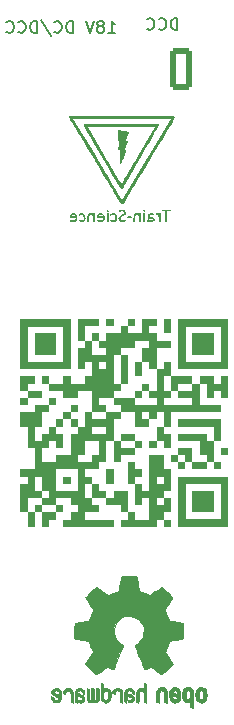
<source format=gbr>
%TF.GenerationSoftware,KiCad,Pcbnew,8.0.2*%
%TF.CreationDate,2024-10-12T15:01:18+02:00*%
%TF.ProjectId,OS-servoDriver,4f532d73-6572-4766-9f44-72697665722e,rev?*%
%TF.SameCoordinates,Original*%
%TF.FileFunction,Legend,Bot*%
%TF.FilePolarity,Positive*%
%FSLAX46Y46*%
G04 Gerber Fmt 4.6, Leading zero omitted, Abs format (unit mm)*
G04 Created by KiCad (PCBNEW 8.0.2) date 2024-10-12 15:01:18*
%MOMM*%
%LPD*%
G01*
G04 APERTURE LIST*
G04 Aperture macros list*
%AMRoundRect*
0 Rectangle with rounded corners*
0 $1 Rounding radius*
0 $2 $3 $4 $5 $6 $7 $8 $9 X,Y pos of 4 corners*
0 Add a 4 corners polygon primitive as box body*
4,1,4,$2,$3,$4,$5,$6,$7,$8,$9,$2,$3,0*
0 Add four circle primitives for the rounded corners*
1,1,$1+$1,$2,$3*
1,1,$1+$1,$4,$5*
1,1,$1+$1,$6,$7*
1,1,$1+$1,$8,$9*
0 Add four rect primitives between the rounded corners*
20,1,$1+$1,$2,$3,$4,$5,0*
20,1,$1+$1,$4,$5,$6,$7,0*
20,1,$1+$1,$6,$7,$8,$9,0*
20,1,$1+$1,$8,$9,$2,$3,0*%
G04 Aperture macros list end*
%ADD10C,0.150000*%
%ADD11C,0.010000*%
%ADD12C,0.000000*%
%ADD13R,1.700000X1.700000*%
%ADD14O,1.700000X1.700000*%
%ADD15C,3.200000*%
%ADD16RoundRect,0.250000X0.650000X1.550000X-0.650000X1.550000X-0.650000X-1.550000X0.650000X-1.550000X0*%
%ADD17O,1.800000X3.600000*%
G04 APERTURE END LIST*
D10*
X119154411Y-106930819D02*
X119725839Y-106930819D01*
X119440125Y-106930819D02*
X119440125Y-105930819D01*
X119440125Y-105930819D02*
X119535363Y-106073676D01*
X119535363Y-106073676D02*
X119630601Y-106168914D01*
X119630601Y-106168914D02*
X119725839Y-106216533D01*
X118582982Y-106359390D02*
X118678220Y-106311771D01*
X118678220Y-106311771D02*
X118725839Y-106264152D01*
X118725839Y-106264152D02*
X118773458Y-106168914D01*
X118773458Y-106168914D02*
X118773458Y-106121295D01*
X118773458Y-106121295D02*
X118725839Y-106026057D01*
X118725839Y-106026057D02*
X118678220Y-105978438D01*
X118678220Y-105978438D02*
X118582982Y-105930819D01*
X118582982Y-105930819D02*
X118392506Y-105930819D01*
X118392506Y-105930819D02*
X118297268Y-105978438D01*
X118297268Y-105978438D02*
X118249649Y-106026057D01*
X118249649Y-106026057D02*
X118202030Y-106121295D01*
X118202030Y-106121295D02*
X118202030Y-106168914D01*
X118202030Y-106168914D02*
X118249649Y-106264152D01*
X118249649Y-106264152D02*
X118297268Y-106311771D01*
X118297268Y-106311771D02*
X118392506Y-106359390D01*
X118392506Y-106359390D02*
X118582982Y-106359390D01*
X118582982Y-106359390D02*
X118678220Y-106407009D01*
X118678220Y-106407009D02*
X118725839Y-106454628D01*
X118725839Y-106454628D02*
X118773458Y-106549866D01*
X118773458Y-106549866D02*
X118773458Y-106740342D01*
X118773458Y-106740342D02*
X118725839Y-106835580D01*
X118725839Y-106835580D02*
X118678220Y-106883200D01*
X118678220Y-106883200D02*
X118582982Y-106930819D01*
X118582982Y-106930819D02*
X118392506Y-106930819D01*
X118392506Y-106930819D02*
X118297268Y-106883200D01*
X118297268Y-106883200D02*
X118249649Y-106835580D01*
X118249649Y-106835580D02*
X118202030Y-106740342D01*
X118202030Y-106740342D02*
X118202030Y-106549866D01*
X118202030Y-106549866D02*
X118249649Y-106454628D01*
X118249649Y-106454628D02*
X118297268Y-106407009D01*
X118297268Y-106407009D02*
X118392506Y-106359390D01*
X117916315Y-105930819D02*
X117582982Y-106930819D01*
X117582982Y-106930819D02*
X117249649Y-105930819D01*
X116154410Y-106930819D02*
X116154410Y-105930819D01*
X116154410Y-105930819D02*
X115916315Y-105930819D01*
X115916315Y-105930819D02*
X115773458Y-105978438D01*
X115773458Y-105978438D02*
X115678220Y-106073676D01*
X115678220Y-106073676D02*
X115630601Y-106168914D01*
X115630601Y-106168914D02*
X115582982Y-106359390D01*
X115582982Y-106359390D02*
X115582982Y-106502247D01*
X115582982Y-106502247D02*
X115630601Y-106692723D01*
X115630601Y-106692723D02*
X115678220Y-106787961D01*
X115678220Y-106787961D02*
X115773458Y-106883200D01*
X115773458Y-106883200D02*
X115916315Y-106930819D01*
X115916315Y-106930819D02*
X116154410Y-106930819D01*
X114582982Y-106835580D02*
X114630601Y-106883200D01*
X114630601Y-106883200D02*
X114773458Y-106930819D01*
X114773458Y-106930819D02*
X114868696Y-106930819D01*
X114868696Y-106930819D02*
X115011553Y-106883200D01*
X115011553Y-106883200D02*
X115106791Y-106787961D01*
X115106791Y-106787961D02*
X115154410Y-106692723D01*
X115154410Y-106692723D02*
X115202029Y-106502247D01*
X115202029Y-106502247D02*
X115202029Y-106359390D01*
X115202029Y-106359390D02*
X115154410Y-106168914D01*
X115154410Y-106168914D02*
X115106791Y-106073676D01*
X115106791Y-106073676D02*
X115011553Y-105978438D01*
X115011553Y-105978438D02*
X114868696Y-105930819D01*
X114868696Y-105930819D02*
X114773458Y-105930819D01*
X114773458Y-105930819D02*
X114630601Y-105978438D01*
X114630601Y-105978438D02*
X114582982Y-106026057D01*
X113440125Y-105883200D02*
X114297267Y-107168914D01*
X113106791Y-106930819D02*
X113106791Y-105930819D01*
X113106791Y-105930819D02*
X112868696Y-105930819D01*
X112868696Y-105930819D02*
X112725839Y-105978438D01*
X112725839Y-105978438D02*
X112630601Y-106073676D01*
X112630601Y-106073676D02*
X112582982Y-106168914D01*
X112582982Y-106168914D02*
X112535363Y-106359390D01*
X112535363Y-106359390D02*
X112535363Y-106502247D01*
X112535363Y-106502247D02*
X112582982Y-106692723D01*
X112582982Y-106692723D02*
X112630601Y-106787961D01*
X112630601Y-106787961D02*
X112725839Y-106883200D01*
X112725839Y-106883200D02*
X112868696Y-106930819D01*
X112868696Y-106930819D02*
X113106791Y-106930819D01*
X111535363Y-106835580D02*
X111582982Y-106883200D01*
X111582982Y-106883200D02*
X111725839Y-106930819D01*
X111725839Y-106930819D02*
X111821077Y-106930819D01*
X111821077Y-106930819D02*
X111963934Y-106883200D01*
X111963934Y-106883200D02*
X112059172Y-106787961D01*
X112059172Y-106787961D02*
X112106791Y-106692723D01*
X112106791Y-106692723D02*
X112154410Y-106502247D01*
X112154410Y-106502247D02*
X112154410Y-106359390D01*
X112154410Y-106359390D02*
X112106791Y-106168914D01*
X112106791Y-106168914D02*
X112059172Y-106073676D01*
X112059172Y-106073676D02*
X111963934Y-105978438D01*
X111963934Y-105978438D02*
X111821077Y-105930819D01*
X111821077Y-105930819D02*
X111725839Y-105930819D01*
X111725839Y-105930819D02*
X111582982Y-105978438D01*
X111582982Y-105978438D02*
X111535363Y-106026057D01*
X110535363Y-106835580D02*
X110582982Y-106883200D01*
X110582982Y-106883200D02*
X110725839Y-106930819D01*
X110725839Y-106930819D02*
X110821077Y-106930819D01*
X110821077Y-106930819D02*
X110963934Y-106883200D01*
X110963934Y-106883200D02*
X111059172Y-106787961D01*
X111059172Y-106787961D02*
X111106791Y-106692723D01*
X111106791Y-106692723D02*
X111154410Y-106502247D01*
X111154410Y-106502247D02*
X111154410Y-106359390D01*
X111154410Y-106359390D02*
X111106791Y-106168914D01*
X111106791Y-106168914D02*
X111059172Y-106073676D01*
X111059172Y-106073676D02*
X110963934Y-105978438D01*
X110963934Y-105978438D02*
X110821077Y-105930819D01*
X110821077Y-105930819D02*
X110725839Y-105930819D01*
X110725839Y-105930819D02*
X110582982Y-105978438D01*
X110582982Y-105978438D02*
X110535363Y-106026057D01*
X125012220Y-106676819D02*
X125012220Y-105676819D01*
X125012220Y-105676819D02*
X124774125Y-105676819D01*
X124774125Y-105676819D02*
X124631268Y-105724438D01*
X124631268Y-105724438D02*
X124536030Y-105819676D01*
X124536030Y-105819676D02*
X124488411Y-105914914D01*
X124488411Y-105914914D02*
X124440792Y-106105390D01*
X124440792Y-106105390D02*
X124440792Y-106248247D01*
X124440792Y-106248247D02*
X124488411Y-106438723D01*
X124488411Y-106438723D02*
X124536030Y-106533961D01*
X124536030Y-106533961D02*
X124631268Y-106629200D01*
X124631268Y-106629200D02*
X124774125Y-106676819D01*
X124774125Y-106676819D02*
X125012220Y-106676819D01*
X123440792Y-106581580D02*
X123488411Y-106629200D01*
X123488411Y-106629200D02*
X123631268Y-106676819D01*
X123631268Y-106676819D02*
X123726506Y-106676819D01*
X123726506Y-106676819D02*
X123869363Y-106629200D01*
X123869363Y-106629200D02*
X123964601Y-106533961D01*
X123964601Y-106533961D02*
X124012220Y-106438723D01*
X124012220Y-106438723D02*
X124059839Y-106248247D01*
X124059839Y-106248247D02*
X124059839Y-106105390D01*
X124059839Y-106105390D02*
X124012220Y-105914914D01*
X124012220Y-105914914D02*
X123964601Y-105819676D01*
X123964601Y-105819676D02*
X123869363Y-105724438D01*
X123869363Y-105724438D02*
X123726506Y-105676819D01*
X123726506Y-105676819D02*
X123631268Y-105676819D01*
X123631268Y-105676819D02*
X123488411Y-105724438D01*
X123488411Y-105724438D02*
X123440792Y-105772057D01*
X122440792Y-106581580D02*
X122488411Y-106629200D01*
X122488411Y-106629200D02*
X122631268Y-106676819D01*
X122631268Y-106676819D02*
X122726506Y-106676819D01*
X122726506Y-106676819D02*
X122869363Y-106629200D01*
X122869363Y-106629200D02*
X122964601Y-106533961D01*
X122964601Y-106533961D02*
X123012220Y-106438723D01*
X123012220Y-106438723D02*
X123059839Y-106248247D01*
X123059839Y-106248247D02*
X123059839Y-106105390D01*
X123059839Y-106105390D02*
X123012220Y-105914914D01*
X123012220Y-105914914D02*
X122964601Y-105819676D01*
X122964601Y-105819676D02*
X122869363Y-105724438D01*
X122869363Y-105724438D02*
X122726506Y-105676819D01*
X122726506Y-105676819D02*
X122631268Y-105676819D01*
X122631268Y-105676819D02*
X122488411Y-105724438D01*
X122488411Y-105724438D02*
X122440792Y-105772057D01*
D11*
%TO.C,REF\u002A\u002A*%
X115840725Y-162420619D02*
X115961261Y-162465393D01*
X116011388Y-162499034D01*
X116062152Y-162547236D01*
X116098362Y-162608551D01*
X116122393Y-162692024D01*
X116136618Y-162806697D01*
X116143412Y-162961613D01*
X116145149Y-163165814D01*
X116144809Y-163271341D01*
X116143101Y-163415541D01*
X116140201Y-163530620D01*
X116136384Y-163606822D01*
X116131925Y-163634391D01*
X116102909Y-163625272D01*
X116044339Y-163600509D01*
X116042581Y-163599707D01*
X116012167Y-163583785D01*
X115991712Y-163561938D01*
X115979240Y-163523672D01*
X115972777Y-163458495D01*
X115970348Y-163355913D01*
X115969977Y-163205433D01*
X115969229Y-163109974D01*
X115961256Y-162930571D01*
X115942998Y-162799163D01*
X115912526Y-162708859D01*
X115867912Y-162652767D01*
X115807226Y-162623994D01*
X115798807Y-162621989D01*
X115685139Y-162620423D01*
X115596492Y-162671348D01*
X115535265Y-162773445D01*
X115524346Y-162802961D01*
X115499458Y-162868283D01*
X115486854Y-162898300D01*
X115460969Y-162894164D01*
X115404439Y-162871717D01*
X115351715Y-162834647D01*
X115327678Y-162764587D01*
X115334847Y-162714406D01*
X115378897Y-162612618D01*
X115450123Y-162517235D01*
X115533415Y-162451269D01*
X115568310Y-162436018D01*
X115700443Y-162410521D01*
X115840725Y-162420619D01*
G36*
X115840725Y-162420619D02*
G01*
X115961261Y-162465393D01*
X116011388Y-162499034D01*
X116062152Y-162547236D01*
X116098362Y-162608551D01*
X116122393Y-162692024D01*
X116136618Y-162806697D01*
X116143412Y-162961613D01*
X116145149Y-163165814D01*
X116144809Y-163271341D01*
X116143101Y-163415541D01*
X116140201Y-163530620D01*
X116136384Y-163606822D01*
X116131925Y-163634391D01*
X116102909Y-163625272D01*
X116044339Y-163600509D01*
X116042581Y-163599707D01*
X116012167Y-163583785D01*
X115991712Y-163561938D01*
X115979240Y-163523672D01*
X115972777Y-163458495D01*
X115970348Y-163355913D01*
X115969977Y-163205433D01*
X115969229Y-163109974D01*
X115961256Y-162930571D01*
X115942998Y-162799163D01*
X115912526Y-162708859D01*
X115867912Y-162652767D01*
X115807226Y-162623994D01*
X115798807Y-162621989D01*
X115685139Y-162620423D01*
X115596492Y-162671348D01*
X115535265Y-162773445D01*
X115524346Y-162802961D01*
X115499458Y-162868283D01*
X115486854Y-162898300D01*
X115460969Y-162894164D01*
X115404439Y-162871717D01*
X115351715Y-162834647D01*
X115327678Y-162764587D01*
X115334847Y-162714406D01*
X115378897Y-162612618D01*
X115450123Y-162517235D01*
X115533415Y-162451269D01*
X115568310Y-162436018D01*
X115700443Y-162410521D01*
X115840725Y-162420619D01*
G37*
X123782487Y-162353689D02*
X123918848Y-162417770D01*
X124030598Y-162528584D01*
X124053761Y-162563273D01*
X124072973Y-162602590D01*
X124086598Y-162652145D01*
X124095877Y-162721568D01*
X124102050Y-162820490D01*
X124106357Y-162958539D01*
X124110038Y-163145346D01*
X124119180Y-163663542D01*
X124042383Y-163634344D01*
X123972068Y-163607520D01*
X123919424Y-163581706D01*
X123885060Y-163548431D01*
X123865093Y-163497510D01*
X123855639Y-163418761D01*
X123852814Y-163301999D01*
X123852736Y-163137042D01*
X123852336Y-163005558D01*
X123849951Y-162879394D01*
X123844259Y-162793223D01*
X123833961Y-162736672D01*
X123817755Y-162699370D01*
X123794345Y-162670943D01*
X123736793Y-162630827D01*
X123640112Y-162615706D01*
X123544465Y-162653917D01*
X123538152Y-162658810D01*
X123518477Y-162681413D01*
X123503963Y-162717664D01*
X123493394Y-162776511D01*
X123485555Y-162866901D01*
X123479227Y-162997779D01*
X123473195Y-163178095D01*
X123458598Y-163660907D01*
X123334517Y-163605283D01*
X123210437Y-163549659D01*
X123210437Y-163108851D01*
X123210951Y-162989098D01*
X123215380Y-162822506D01*
X123226594Y-162698468D01*
X123247272Y-162606987D01*
X123280093Y-162538066D01*
X123327736Y-162481707D01*
X123392877Y-162427914D01*
X123486571Y-162373719D01*
X123634175Y-162338339D01*
X123782487Y-162353689D01*
G36*
X123782487Y-162353689D02*
G01*
X123918848Y-162417770D01*
X124030598Y-162528584D01*
X124053761Y-162563273D01*
X124072973Y-162602590D01*
X124086598Y-162652145D01*
X124095877Y-162721568D01*
X124102050Y-162820490D01*
X124106357Y-162958539D01*
X124110038Y-163145346D01*
X124119180Y-163663542D01*
X124042383Y-163634344D01*
X123972068Y-163607520D01*
X123919424Y-163581706D01*
X123885060Y-163548431D01*
X123865093Y-163497510D01*
X123855639Y-163418761D01*
X123852814Y-163301999D01*
X123852736Y-163137042D01*
X123852336Y-163005558D01*
X123849951Y-162879394D01*
X123844259Y-162793223D01*
X123833961Y-162736672D01*
X123817755Y-162699370D01*
X123794345Y-162670943D01*
X123736793Y-162630827D01*
X123640112Y-162615706D01*
X123544465Y-162653917D01*
X123538152Y-162658810D01*
X123518477Y-162681413D01*
X123503963Y-162717664D01*
X123493394Y-162776511D01*
X123485555Y-162866901D01*
X123479227Y-162997779D01*
X123473195Y-163178095D01*
X123458598Y-163660907D01*
X123334517Y-163605283D01*
X123210437Y-163549659D01*
X123210437Y-163108851D01*
X123210951Y-162989098D01*
X123215380Y-162822506D01*
X123226594Y-162698468D01*
X123247272Y-162606987D01*
X123280093Y-162538066D01*
X123327736Y-162481707D01*
X123392877Y-162427914D01*
X123486571Y-162373719D01*
X123634175Y-162338339D01*
X123782487Y-162353689D01*
G37*
X120114872Y-162451536D02*
X120124090Y-162456638D01*
X120199381Y-162515080D01*
X120266698Y-162590215D01*
X120278439Y-162607196D01*
X120300883Y-162646825D01*
X120316918Y-162693858D01*
X120327945Y-162758492D01*
X120335365Y-162850923D01*
X120340579Y-162981349D01*
X120344989Y-163159965D01*
X120345614Y-163190162D01*
X120347620Y-163385941D01*
X120344792Y-163524603D01*
X120337088Y-163607103D01*
X120324466Y-163634391D01*
X120286267Y-163626220D01*
X120221374Y-163601463D01*
X120206094Y-163594223D01*
X120182227Y-163577835D01*
X120165769Y-163550893D01*
X120155005Y-163503833D01*
X120148219Y-163427088D01*
X120143693Y-163311095D01*
X120139713Y-163146287D01*
X120138622Y-163098112D01*
X120134407Y-162945960D01*
X120128936Y-162839476D01*
X120120554Y-162768565D01*
X120107606Y-162723129D01*
X120088439Y-162693072D01*
X120061398Y-162668296D01*
X119981337Y-162624861D01*
X119882846Y-162616498D01*
X119794719Y-162649734D01*
X119731314Y-162718548D01*
X119706988Y-162816920D01*
X119706311Y-162843658D01*
X119693024Y-162892065D01*
X119653796Y-162899450D01*
X119576983Y-162870624D01*
X119559192Y-162861378D01*
X119511109Y-162807006D01*
X119510157Y-162726161D01*
X119555968Y-162614352D01*
X119597990Y-162553419D01*
X119705435Y-162466859D01*
X119838057Y-162417920D01*
X119979867Y-162411260D01*
X120114872Y-162451536D01*
G36*
X120114872Y-162451536D02*
G01*
X120124090Y-162456638D01*
X120199381Y-162515080D01*
X120266698Y-162590215D01*
X120278439Y-162607196D01*
X120300883Y-162646825D01*
X120316918Y-162693858D01*
X120327945Y-162758492D01*
X120335365Y-162850923D01*
X120340579Y-162981349D01*
X120344989Y-163159965D01*
X120345614Y-163190162D01*
X120347620Y-163385941D01*
X120344792Y-163524603D01*
X120337088Y-163607103D01*
X120324466Y-163634391D01*
X120286267Y-163626220D01*
X120221374Y-163601463D01*
X120206094Y-163594223D01*
X120182227Y-163577835D01*
X120165769Y-163550893D01*
X120155005Y-163503833D01*
X120148219Y-163427088D01*
X120143693Y-163311095D01*
X120139713Y-163146287D01*
X120138622Y-163098112D01*
X120134407Y-162945960D01*
X120128936Y-162839476D01*
X120120554Y-162768565D01*
X120107606Y-162723129D01*
X120088439Y-162693072D01*
X120061398Y-162668296D01*
X119981337Y-162624861D01*
X119882846Y-162616498D01*
X119794719Y-162649734D01*
X119731314Y-162718548D01*
X119706988Y-162816920D01*
X119706311Y-162843658D01*
X119693024Y-162892065D01*
X119653796Y-162899450D01*
X119576983Y-162870624D01*
X119559192Y-162861378D01*
X119511109Y-162807006D01*
X119510157Y-162726161D01*
X119555968Y-162614352D01*
X119597990Y-162553419D01*
X119705435Y-162466859D01*
X119838057Y-162417920D01*
X119979867Y-162411260D01*
X120114872Y-162451536D01*
G37*
X118196410Y-162416970D02*
X118260442Y-162442066D01*
X118334805Y-162475947D01*
X118334805Y-163454727D01*
X118242415Y-163547117D01*
X118221310Y-163567835D01*
X118162847Y-163613885D01*
X118103886Y-163628801D01*
X118016150Y-163621934D01*
X117980429Y-163617494D01*
X117888301Y-163608102D01*
X117823885Y-163604361D01*
X117804778Y-163604933D01*
X117726390Y-163611126D01*
X117631620Y-163621934D01*
X117601298Y-163625647D01*
X117524911Y-163627107D01*
X117469022Y-163604047D01*
X117405355Y-163547117D01*
X117312965Y-163454727D01*
X117312965Y-162931455D01*
X117313685Y-162776821D01*
X117315929Y-162629391D01*
X117319421Y-162512653D01*
X117323876Y-162435840D01*
X117329013Y-162408184D01*
X117330090Y-162408258D01*
X117367407Y-162422019D01*
X117430457Y-162452344D01*
X117515854Y-162496505D01*
X117523893Y-162955965D01*
X117531931Y-163415425D01*
X117707103Y-163415425D01*
X117715092Y-162911805D01*
X117717624Y-162774904D01*
X117721249Y-162628579D01*
X117725177Y-162512411D01*
X117729080Y-162435809D01*
X117732632Y-162408184D01*
X117733653Y-162408281D01*
X117769051Y-162418443D01*
X117834126Y-162440235D01*
X117926069Y-162472287D01*
X117926516Y-162914661D01*
X117926964Y-162991507D01*
X117930069Y-163140834D01*
X117935622Y-163265544D01*
X117943033Y-163354379D01*
X117951714Y-163396083D01*
X117982771Y-163418389D01*
X118046152Y-163425278D01*
X118115839Y-163415425D01*
X118123827Y-162911805D01*
X118126686Y-162783828D01*
X118132614Y-162632348D01*
X118140365Y-162513530D01*
X118149343Y-162435950D01*
X118158948Y-162408184D01*
X118196410Y-162416970D01*
G36*
X118196410Y-162416970D02*
G01*
X118260442Y-162442066D01*
X118334805Y-162475947D01*
X118334805Y-163454727D01*
X118242415Y-163547117D01*
X118221310Y-163567835D01*
X118162847Y-163613885D01*
X118103886Y-163628801D01*
X118016150Y-163621934D01*
X117980429Y-163617494D01*
X117888301Y-163608102D01*
X117823885Y-163604361D01*
X117804778Y-163604933D01*
X117726390Y-163611126D01*
X117631620Y-163621934D01*
X117601298Y-163625647D01*
X117524911Y-163627107D01*
X117469022Y-163604047D01*
X117405355Y-163547117D01*
X117312965Y-163454727D01*
X117312965Y-162931455D01*
X117313685Y-162776821D01*
X117315929Y-162629391D01*
X117319421Y-162512653D01*
X117323876Y-162435840D01*
X117329013Y-162408184D01*
X117330090Y-162408258D01*
X117367407Y-162422019D01*
X117430457Y-162452344D01*
X117515854Y-162496505D01*
X117523893Y-162955965D01*
X117531931Y-163415425D01*
X117707103Y-163415425D01*
X117715092Y-162911805D01*
X117717624Y-162774904D01*
X117721249Y-162628579D01*
X117725177Y-162512411D01*
X117729080Y-162435809D01*
X117732632Y-162408184D01*
X117733653Y-162408281D01*
X117769051Y-162418443D01*
X117834126Y-162440235D01*
X117926069Y-162472287D01*
X117926516Y-162914661D01*
X117926964Y-162991507D01*
X117930069Y-163140834D01*
X117935622Y-163265544D01*
X117943033Y-163354379D01*
X117951714Y-163396083D01*
X117982771Y-163418389D01*
X118046152Y-163425278D01*
X118115839Y-163415425D01*
X118123827Y-162911805D01*
X118126686Y-162783828D01*
X118132614Y-162632348D01*
X118140365Y-162513530D01*
X118149343Y-162435950D01*
X118158948Y-162408184D01*
X118196410Y-162416970D01*
G37*
X122268885Y-162014997D02*
X122363770Y-162055020D01*
X122363770Y-162844706D01*
X122363769Y-162853920D01*
X122363377Y-163061083D01*
X122362329Y-163247432D01*
X122360722Y-163405453D01*
X122358655Y-163527630D01*
X122356225Y-163606448D01*
X122353529Y-163634391D01*
X122352475Y-163634297D01*
X122316647Y-163624144D01*
X122251345Y-163602339D01*
X122159402Y-163570288D01*
X122159402Y-163158991D01*
X122158818Y-162997385D01*
X122156104Y-162880177D01*
X122149858Y-162800415D01*
X122138680Y-162747531D01*
X122121168Y-162710957D01*
X122095922Y-162680123D01*
X122078710Y-162663725D01*
X121985636Y-162618307D01*
X121883051Y-162622328D01*
X121789043Y-162676032D01*
X121775358Y-162689359D01*
X121753439Y-162717032D01*
X121738440Y-162753614D01*
X121729053Y-162809000D01*
X121723968Y-162893088D01*
X121721877Y-163015773D01*
X121721471Y-163186951D01*
X121721276Y-163273769D01*
X121720010Y-163416565D01*
X121717761Y-163530923D01*
X121714758Y-163606860D01*
X121711230Y-163634391D01*
X121710176Y-163634297D01*
X121674348Y-163624144D01*
X121609046Y-163602339D01*
X121517103Y-163570288D01*
X121517149Y-163157109D01*
X121517218Y-163120326D01*
X121521081Y-162928580D01*
X121532950Y-162783586D01*
X121555725Y-162675510D01*
X121592307Y-162594519D01*
X121645595Y-162530778D01*
X121718490Y-162474455D01*
X121789586Y-162439199D01*
X121903255Y-162411946D01*
X122015060Y-162410398D01*
X122101011Y-162436910D01*
X122107473Y-162440571D01*
X122127401Y-162440179D01*
X122141019Y-162409506D01*
X122150846Y-162339188D01*
X122159402Y-162219857D01*
X122174000Y-161974973D01*
X122268885Y-162014997D01*
G36*
X122268885Y-162014997D02*
G01*
X122363770Y-162055020D01*
X122363770Y-162844706D01*
X122363769Y-162853920D01*
X122363377Y-163061083D01*
X122362329Y-163247432D01*
X122360722Y-163405453D01*
X122358655Y-163527630D01*
X122356225Y-163606448D01*
X122353529Y-163634391D01*
X122352475Y-163634297D01*
X122316647Y-163624144D01*
X122251345Y-163602339D01*
X122159402Y-163570288D01*
X122159402Y-163158991D01*
X122158818Y-162997385D01*
X122156104Y-162880177D01*
X122149858Y-162800415D01*
X122138680Y-162747531D01*
X122121168Y-162710957D01*
X122095922Y-162680123D01*
X122078710Y-162663725D01*
X121985636Y-162618307D01*
X121883051Y-162622328D01*
X121789043Y-162676032D01*
X121775358Y-162689359D01*
X121753439Y-162717032D01*
X121738440Y-162753614D01*
X121729053Y-162809000D01*
X121723968Y-162893088D01*
X121721877Y-163015773D01*
X121721471Y-163186951D01*
X121721276Y-163273769D01*
X121720010Y-163416565D01*
X121717761Y-163530923D01*
X121714758Y-163606860D01*
X121711230Y-163634391D01*
X121710176Y-163634297D01*
X121674348Y-163624144D01*
X121609046Y-163602339D01*
X121517103Y-163570288D01*
X121517149Y-163157109D01*
X121517218Y-163120326D01*
X121521081Y-162928580D01*
X121532950Y-162783586D01*
X121555725Y-162675510D01*
X121592307Y-162594519D01*
X121645595Y-162530778D01*
X121718490Y-162474455D01*
X121789586Y-162439199D01*
X121903255Y-162411946D01*
X122015060Y-162410398D01*
X122101011Y-162436910D01*
X122107473Y-162440571D01*
X122127401Y-162440179D01*
X122141019Y-162409506D01*
X122150846Y-162339188D01*
X122159402Y-162219857D01*
X122174000Y-161974973D01*
X122268885Y-162014997D01*
G37*
X127472965Y-162992092D02*
X127472938Y-163023744D01*
X127471355Y-163164918D01*
X127465916Y-163263285D01*
X127454643Y-163331990D01*
X127435561Y-163384181D01*
X127406694Y-163433004D01*
X127399592Y-163443135D01*
X127324444Y-163523012D01*
X127238820Y-163583253D01*
X127194852Y-163602802D01*
X127036861Y-163635408D01*
X126880613Y-163614317D01*
X126736618Y-163542249D01*
X126615385Y-163421922D01*
X126605150Y-163405803D01*
X126571847Y-163312205D01*
X126549405Y-163181879D01*
X126538516Y-163031371D01*
X126539740Y-162892147D01*
X126834384Y-162892147D01*
X126836706Y-163085020D01*
X126837639Y-163097433D01*
X126851242Y-163203857D01*
X126875465Y-163271346D01*
X126916365Y-163317584D01*
X126984941Y-163360895D01*
X127052764Y-163363172D01*
X127122621Y-163313241D01*
X127134771Y-163300102D01*
X127158575Y-163260785D01*
X127172628Y-163203674D01*
X127179313Y-163115256D01*
X127181011Y-162982019D01*
X127178101Y-162857222D01*
X127163582Y-162738326D01*
X127133610Y-162663184D01*
X127084589Y-162623893D01*
X127012924Y-162612552D01*
X126985632Y-162614807D01*
X126909176Y-162656160D01*
X126858650Y-162748900D01*
X126834384Y-162892147D01*
X126539740Y-162892147D01*
X126539871Y-162877227D01*
X126554161Y-162735992D01*
X126582075Y-162624213D01*
X126617949Y-162549766D01*
X126718939Y-162433968D01*
X126855779Y-162362015D01*
X127023283Y-162337281D01*
X127068019Y-162338619D01*
X127199758Y-162366008D01*
X127307968Y-162435007D01*
X127407276Y-162553864D01*
X127413184Y-162562681D01*
X127439921Y-162610108D01*
X127457312Y-162663714D01*
X127467312Y-162736549D01*
X127471878Y-162841659D01*
X127472893Y-162982019D01*
X127472965Y-162992092D01*
G36*
X127472965Y-162992092D02*
G01*
X127472938Y-163023744D01*
X127471355Y-163164918D01*
X127465916Y-163263285D01*
X127454643Y-163331990D01*
X127435561Y-163384181D01*
X127406694Y-163433004D01*
X127399592Y-163443135D01*
X127324444Y-163523012D01*
X127238820Y-163583253D01*
X127194852Y-163602802D01*
X127036861Y-163635408D01*
X126880613Y-163614317D01*
X126736618Y-163542249D01*
X126615385Y-163421922D01*
X126605150Y-163405803D01*
X126571847Y-163312205D01*
X126549405Y-163181879D01*
X126538516Y-163031371D01*
X126539740Y-162892147D01*
X126834384Y-162892147D01*
X126836706Y-163085020D01*
X126837639Y-163097433D01*
X126851242Y-163203857D01*
X126875465Y-163271346D01*
X126916365Y-163317584D01*
X126984941Y-163360895D01*
X127052764Y-163363172D01*
X127122621Y-163313241D01*
X127134771Y-163300102D01*
X127158575Y-163260785D01*
X127172628Y-163203674D01*
X127179313Y-163115256D01*
X127181011Y-162982019D01*
X127178101Y-162857222D01*
X127163582Y-162738326D01*
X127133610Y-162663184D01*
X127084589Y-162623893D01*
X127012924Y-162612552D01*
X126985632Y-162614807D01*
X126909176Y-162656160D01*
X126858650Y-162748900D01*
X126834384Y-162892147D01*
X126539740Y-162892147D01*
X126539871Y-162877227D01*
X126554161Y-162735992D01*
X126582075Y-162624213D01*
X126617949Y-162549766D01*
X126718939Y-162433968D01*
X126855779Y-162362015D01*
X127023283Y-162337281D01*
X127068019Y-162338619D01*
X127199758Y-162366008D01*
X127307968Y-162435007D01*
X127407276Y-162553864D01*
X127413184Y-162562681D01*
X127439921Y-162610108D01*
X127457312Y-162663714D01*
X127467312Y-162736549D01*
X127471878Y-162841659D01*
X127472893Y-162982019D01*
X127472965Y-162992092D01*
G37*
X115152313Y-163027136D02*
X115151744Y-163104946D01*
X115144612Y-163258254D01*
X115125948Y-163370441D01*
X115091537Y-163453554D01*
X115037162Y-163519641D01*
X114958610Y-163580747D01*
X114908630Y-163608535D01*
X114828513Y-163627251D01*
X114715970Y-163625774D01*
X114653050Y-163619845D01*
X114577153Y-163601742D01*
X114516487Y-163562391D01*
X114445912Y-163489066D01*
X114436482Y-163478356D01*
X114373034Y-163395938D01*
X114342762Y-163324156D01*
X114335034Y-163239034D01*
X114335034Y-163113946D01*
X114422447Y-163146940D01*
X114486175Y-163185509D01*
X114541567Y-163276008D01*
X114553131Y-163304983D01*
X114617788Y-163387041D01*
X114705804Y-163428347D01*
X114801637Y-163424633D01*
X114889747Y-163371632D01*
X114920028Y-163338582D01*
X114947489Y-163288720D01*
X114938899Y-163243416D01*
X114889463Y-163196790D01*
X114794389Y-163142958D01*
X114648885Y-163076039D01*
X114349632Y-162945056D01*
X114341691Y-162815298D01*
X114344676Y-162732649D01*
X114539652Y-162732649D01*
X114554453Y-162783815D01*
X114621797Y-162838442D01*
X114744027Y-162900597D01*
X114764253Y-162909601D01*
X114860970Y-162951493D01*
X114933334Y-162980958D01*
X114966961Y-162992092D01*
X114972056Y-162983896D01*
X114974101Y-162933853D01*
X114966812Y-162853414D01*
X114948452Y-162774753D01*
X114891188Y-162675651D01*
X114808524Y-162619808D01*
X114709784Y-162612250D01*
X114604289Y-162658000D01*
X114575053Y-162680876D01*
X114539652Y-162732649D01*
X114344676Y-162732649D01*
X114345196Y-162718255D01*
X114389336Y-162595617D01*
X114445050Y-162528034D01*
X114560561Y-162452540D01*
X114697588Y-162414403D01*
X114839237Y-162417422D01*
X114968617Y-162465393D01*
X114997099Y-162483813D01*
X115062428Y-162540811D01*
X115107106Y-162612916D01*
X115134641Y-162710853D01*
X115148541Y-162845351D01*
X115150378Y-162933853D01*
X115152313Y-163027136D01*
G36*
X115152313Y-163027136D02*
G01*
X115151744Y-163104946D01*
X115144612Y-163258254D01*
X115125948Y-163370441D01*
X115091537Y-163453554D01*
X115037162Y-163519641D01*
X114958610Y-163580747D01*
X114908630Y-163608535D01*
X114828513Y-163627251D01*
X114715970Y-163625774D01*
X114653050Y-163619845D01*
X114577153Y-163601742D01*
X114516487Y-163562391D01*
X114445912Y-163489066D01*
X114436482Y-163478356D01*
X114373034Y-163395938D01*
X114342762Y-163324156D01*
X114335034Y-163239034D01*
X114335034Y-163113946D01*
X114422447Y-163146940D01*
X114486175Y-163185509D01*
X114541567Y-163276008D01*
X114553131Y-163304983D01*
X114617788Y-163387041D01*
X114705804Y-163428347D01*
X114801637Y-163424633D01*
X114889747Y-163371632D01*
X114920028Y-163338582D01*
X114947489Y-163288720D01*
X114938899Y-163243416D01*
X114889463Y-163196790D01*
X114794389Y-163142958D01*
X114648885Y-163076039D01*
X114349632Y-162945056D01*
X114341691Y-162815298D01*
X114344676Y-162732649D01*
X114539652Y-162732649D01*
X114554453Y-162783815D01*
X114621797Y-162838442D01*
X114744027Y-162900597D01*
X114764253Y-162909601D01*
X114860970Y-162951493D01*
X114933334Y-162980958D01*
X114966961Y-162992092D01*
X114972056Y-162983896D01*
X114974101Y-162933853D01*
X114966812Y-162853414D01*
X114948452Y-162774753D01*
X114891188Y-162675651D01*
X114808524Y-162619808D01*
X114709784Y-162612250D01*
X114604289Y-162658000D01*
X114575053Y-162680876D01*
X114539652Y-162732649D01*
X114344676Y-162732649D01*
X114345196Y-162718255D01*
X114389336Y-162595617D01*
X114445050Y-162528034D01*
X114560561Y-162452540D01*
X114697588Y-162414403D01*
X114839237Y-162417422D01*
X114968617Y-162465393D01*
X114997099Y-162483813D01*
X115062428Y-162540811D01*
X115107106Y-162612916D01*
X115134641Y-162710853D01*
X115148541Y-162845351D01*
X115150378Y-162933853D01*
X115152313Y-163027136D01*
G37*
X119356553Y-163021287D02*
X119354219Y-163135135D01*
X119337739Y-163290320D01*
X119301883Y-163406612D01*
X119242455Y-163495411D01*
X119155257Y-163568119D01*
X119072195Y-163610150D01*
X118932709Y-163633538D01*
X118793412Y-163607965D01*
X118667510Y-163536694D01*
X118568210Y-163422991D01*
X118556219Y-163402024D01*
X118540384Y-163365291D01*
X118528638Y-163318415D01*
X118520378Y-163253355D01*
X118514998Y-163162070D01*
X118511892Y-163036519D01*
X118511797Y-163025379D01*
X118714345Y-163025379D01*
X118715035Y-163131644D01*
X118719400Y-163227762D01*
X118730192Y-163289811D01*
X118750126Y-163331502D01*
X118781916Y-163366543D01*
X118789364Y-163373279D01*
X118885060Y-163422992D01*
X118986312Y-163417905D01*
X119080614Y-163358362D01*
X119108694Y-163327514D01*
X119132196Y-163286618D01*
X119145322Y-163230080D01*
X119151030Y-163143657D01*
X119152276Y-163013106D01*
X119151661Y-162913487D01*
X119147407Y-162816251D01*
X119136682Y-162753502D01*
X119116707Y-162711382D01*
X119084704Y-162676032D01*
X119065905Y-162660114D01*
X118968492Y-162617235D01*
X118866437Y-162623985D01*
X118777825Y-162680123D01*
X118758749Y-162702382D01*
X118735486Y-162744293D01*
X118722036Y-162802822D01*
X118715841Y-162891880D01*
X118714345Y-163025379D01*
X118511797Y-163025379D01*
X118510457Y-162868661D01*
X118510086Y-162650455D01*
X118509977Y-161973072D01*
X118604862Y-162012819D01*
X118629949Y-162023699D01*
X118669881Y-162048268D01*
X118692739Y-162085475D01*
X118705301Y-162150541D01*
X118714345Y-162258687D01*
X118722605Y-162355788D01*
X118733523Y-162419535D01*
X118749165Y-162443323D01*
X118772736Y-162436943D01*
X118832801Y-162414525D01*
X118940145Y-162408967D01*
X119055624Y-162429728D01*
X119155257Y-162474455D01*
X119210072Y-162515856D01*
X119280452Y-162596632D01*
X119325528Y-162700195D01*
X119349496Y-162837947D01*
X119356239Y-163013106D01*
X119356553Y-163021287D01*
G36*
X119356553Y-163021287D02*
G01*
X119354219Y-163135135D01*
X119337739Y-163290320D01*
X119301883Y-163406612D01*
X119242455Y-163495411D01*
X119155257Y-163568119D01*
X119072195Y-163610150D01*
X118932709Y-163633538D01*
X118793412Y-163607965D01*
X118667510Y-163536694D01*
X118568210Y-163422991D01*
X118556219Y-163402024D01*
X118540384Y-163365291D01*
X118528638Y-163318415D01*
X118520378Y-163253355D01*
X118514998Y-163162070D01*
X118511892Y-163036519D01*
X118511797Y-163025379D01*
X118714345Y-163025379D01*
X118715035Y-163131644D01*
X118719400Y-163227762D01*
X118730192Y-163289811D01*
X118750126Y-163331502D01*
X118781916Y-163366543D01*
X118789364Y-163373279D01*
X118885060Y-163422992D01*
X118986312Y-163417905D01*
X119080614Y-163358362D01*
X119108694Y-163327514D01*
X119132196Y-163286618D01*
X119145322Y-163230080D01*
X119151030Y-163143657D01*
X119152276Y-163013106D01*
X119151661Y-162913487D01*
X119147407Y-162816251D01*
X119136682Y-162753502D01*
X119116707Y-162711382D01*
X119084704Y-162676032D01*
X119065905Y-162660114D01*
X118968492Y-162617235D01*
X118866437Y-162623985D01*
X118777825Y-162680123D01*
X118758749Y-162702382D01*
X118735486Y-162744293D01*
X118722036Y-162802822D01*
X118715841Y-162891880D01*
X118714345Y-163025379D01*
X118511797Y-163025379D01*
X118510457Y-162868661D01*
X118510086Y-162650455D01*
X118509977Y-161973072D01*
X118604862Y-162012819D01*
X118629949Y-162023699D01*
X118669881Y-162048268D01*
X118692739Y-162085475D01*
X118705301Y-162150541D01*
X118714345Y-162258687D01*
X118722605Y-162355788D01*
X118733523Y-162419535D01*
X118749165Y-162443323D01*
X118772736Y-162436943D01*
X118832801Y-162414525D01*
X118940145Y-162408967D01*
X119055624Y-162429728D01*
X119155257Y-162474455D01*
X119210072Y-162515856D01*
X119280452Y-162596632D01*
X119325528Y-162700195D01*
X119349496Y-162837947D01*
X119356239Y-163013106D01*
X119356553Y-163021287D01*
G37*
X125253452Y-162909329D02*
X125244168Y-163130639D01*
X125238926Y-163177526D01*
X125199868Y-163344409D01*
X125129290Y-163471326D01*
X125021955Y-163568602D01*
X125015888Y-163572616D01*
X124879440Y-163629706D01*
X124736973Y-163634786D01*
X124599696Y-163591311D01*
X124478819Y-163502734D01*
X124385552Y-163372509D01*
X124383986Y-163369369D01*
X124352993Y-163288501D01*
X124330292Y-163196593D01*
X124318250Y-163110311D01*
X124319237Y-163046321D01*
X124335623Y-163021287D01*
X124350179Y-163022809D01*
X124419792Y-163050496D01*
X124498697Y-163101409D01*
X124565820Y-163160343D01*
X124600087Y-163212094D01*
X124635707Y-163282291D01*
X124708711Y-163346138D01*
X124793485Y-163371632D01*
X124824558Y-163364261D01*
X124885891Y-163327154D01*
X124939315Y-163275644D01*
X124962161Y-163228913D01*
X124962154Y-163228740D01*
X124936233Y-163207280D01*
X124867127Y-163168565D01*
X124765249Y-163118037D01*
X124641011Y-163061134D01*
X124640328Y-163060833D01*
X124505355Y-163000738D01*
X124414884Y-162957440D01*
X124360039Y-162924179D01*
X124331944Y-162894194D01*
X124321724Y-162860726D01*
X124320503Y-162817015D01*
X124328996Y-162734244D01*
X124617219Y-162734244D01*
X124646970Y-162760265D01*
X124721101Y-162799256D01*
X124723274Y-162800359D01*
X124810733Y-162842009D01*
X124888974Y-162875235D01*
X124938611Y-162889291D01*
X124958521Y-162870503D01*
X124962161Y-162806124D01*
X124947035Y-162726001D01*
X124894597Y-162653189D01*
X124818677Y-162615439D01*
X124734040Y-162619251D01*
X124655447Y-162671121D01*
X124624555Y-162706965D01*
X124617219Y-162734244D01*
X124328996Y-162734244D01*
X124331251Y-162712265D01*
X124384389Y-162569949D01*
X124473342Y-162458111D01*
X124588448Y-162380676D01*
X124720045Y-162341568D01*
X124858472Y-162344711D01*
X124994065Y-162394030D01*
X125117164Y-162493447D01*
X125185366Y-162591829D01*
X125234356Y-162732261D01*
X125242322Y-162806124D01*
X125253452Y-162909329D01*
G36*
X125253452Y-162909329D02*
G01*
X125244168Y-163130639D01*
X125238926Y-163177526D01*
X125199868Y-163344409D01*
X125129290Y-163471326D01*
X125021955Y-163568602D01*
X125015888Y-163572616D01*
X124879440Y-163629706D01*
X124736973Y-163634786D01*
X124599696Y-163591311D01*
X124478819Y-163502734D01*
X124385552Y-163372509D01*
X124383986Y-163369369D01*
X124352993Y-163288501D01*
X124330292Y-163196593D01*
X124318250Y-163110311D01*
X124319237Y-163046321D01*
X124335623Y-163021287D01*
X124350179Y-163022809D01*
X124419792Y-163050496D01*
X124498697Y-163101409D01*
X124565820Y-163160343D01*
X124600087Y-163212094D01*
X124635707Y-163282291D01*
X124708711Y-163346138D01*
X124793485Y-163371632D01*
X124824558Y-163364261D01*
X124885891Y-163327154D01*
X124939315Y-163275644D01*
X124962161Y-163228913D01*
X124962154Y-163228740D01*
X124936233Y-163207280D01*
X124867127Y-163168565D01*
X124765249Y-163118037D01*
X124641011Y-163061134D01*
X124640328Y-163060833D01*
X124505355Y-163000738D01*
X124414884Y-162957440D01*
X124360039Y-162924179D01*
X124331944Y-162894194D01*
X124321724Y-162860726D01*
X124320503Y-162817015D01*
X124328996Y-162734244D01*
X124617219Y-162734244D01*
X124646970Y-162760265D01*
X124721101Y-162799256D01*
X124723274Y-162800359D01*
X124810733Y-162842009D01*
X124888974Y-162875235D01*
X124938611Y-162889291D01*
X124958521Y-162870503D01*
X124962161Y-162806124D01*
X124947035Y-162726001D01*
X124894597Y-162653189D01*
X124818677Y-162615439D01*
X124734040Y-162619251D01*
X124655447Y-162671121D01*
X124624555Y-162706965D01*
X124617219Y-162734244D01*
X124328996Y-162734244D01*
X124331251Y-162712265D01*
X124384389Y-162569949D01*
X124473342Y-162458111D01*
X124588448Y-162380676D01*
X124720045Y-162341568D01*
X124858472Y-162344711D01*
X124994065Y-162394030D01*
X125117164Y-162493447D01*
X125185366Y-162591829D01*
X125234356Y-162732261D01*
X125242322Y-162806124D01*
X125253452Y-162909329D01*
G37*
X121083995Y-162439674D02*
X121184355Y-162498191D01*
X121228505Y-162543784D01*
X121313347Y-162680072D01*
X121341931Y-162828658D01*
X121341931Y-162930882D01*
X121247963Y-162891372D01*
X121182977Y-162851504D01*
X121131763Y-162768734D01*
X121126504Y-162751669D01*
X121069903Y-162664724D01*
X120984594Y-162617758D01*
X120886641Y-162615741D01*
X120792106Y-162663644D01*
X120777993Y-162675998D01*
X120730797Y-162729683D01*
X120723003Y-162776488D01*
X120758706Y-162822446D01*
X120842003Y-162873588D01*
X120976988Y-162935948D01*
X120986118Y-162939897D01*
X121135969Y-163009772D01*
X121238316Y-163071672D01*
X121301320Y-163133476D01*
X121333138Y-163203062D01*
X121341931Y-163288308D01*
X121330409Y-163382816D01*
X121272228Y-163503785D01*
X121169875Y-163590688D01*
X121095843Y-163616778D01*
X120991367Y-163631055D01*
X120889917Y-163628006D01*
X120817472Y-163606467D01*
X120809777Y-163601104D01*
X120789341Y-163563632D01*
X120803522Y-163497591D01*
X120828161Y-163445753D01*
X120867670Y-163424172D01*
X120942602Y-163425246D01*
X121046630Y-163419055D01*
X121114605Y-163376311D01*
X121137563Y-163297189D01*
X121137542Y-163294916D01*
X121123629Y-163248986D01*
X121076303Y-163206845D01*
X120984287Y-163158272D01*
X120859151Y-163099790D01*
X120776268Y-163067975D01*
X120728420Y-163070025D01*
X120706063Y-163112051D01*
X120699649Y-163200162D01*
X120699632Y-163340469D01*
X120698917Y-163427081D01*
X120695635Y-163534041D01*
X120690300Y-163607250D01*
X120683585Y-163634391D01*
X120681790Y-163634206D01*
X120642982Y-163619498D01*
X120578709Y-163588456D01*
X120489880Y-163542521D01*
X120500436Y-163128628D01*
X120501171Y-163101179D01*
X120509555Y-162908517D01*
X120524366Y-162763309D01*
X120548629Y-162655887D01*
X120585364Y-162576584D01*
X120637597Y-162515730D01*
X120708348Y-162463658D01*
X120709657Y-162462842D01*
X120824056Y-162420360D01*
X120956365Y-162413184D01*
X121083995Y-162439674D01*
G36*
X121083995Y-162439674D02*
G01*
X121184355Y-162498191D01*
X121228505Y-162543784D01*
X121313347Y-162680072D01*
X121341931Y-162828658D01*
X121341931Y-162930882D01*
X121247963Y-162891372D01*
X121182977Y-162851504D01*
X121131763Y-162768734D01*
X121126504Y-162751669D01*
X121069903Y-162664724D01*
X120984594Y-162617758D01*
X120886641Y-162615741D01*
X120792106Y-162663644D01*
X120777993Y-162675998D01*
X120730797Y-162729683D01*
X120723003Y-162776488D01*
X120758706Y-162822446D01*
X120842003Y-162873588D01*
X120976988Y-162935948D01*
X120986118Y-162939897D01*
X121135969Y-163009772D01*
X121238316Y-163071672D01*
X121301320Y-163133476D01*
X121333138Y-163203062D01*
X121341931Y-163288308D01*
X121330409Y-163382816D01*
X121272228Y-163503785D01*
X121169875Y-163590688D01*
X121095843Y-163616778D01*
X120991367Y-163631055D01*
X120889917Y-163628006D01*
X120817472Y-163606467D01*
X120809777Y-163601104D01*
X120789341Y-163563632D01*
X120803522Y-163497591D01*
X120828161Y-163445753D01*
X120867670Y-163424172D01*
X120942602Y-163425246D01*
X121046630Y-163419055D01*
X121114605Y-163376311D01*
X121137563Y-163297189D01*
X121137542Y-163294916D01*
X121123629Y-163248986D01*
X121076303Y-163206845D01*
X120984287Y-163158272D01*
X120859151Y-163099790D01*
X120776268Y-163067975D01*
X120728420Y-163070025D01*
X120706063Y-163112051D01*
X120699649Y-163200162D01*
X120699632Y-163340469D01*
X120698917Y-163427081D01*
X120695635Y-163534041D01*
X120690300Y-163607250D01*
X120683585Y-163634391D01*
X120681790Y-163634206D01*
X120642982Y-163619498D01*
X120578709Y-163588456D01*
X120489880Y-163542521D01*
X120500436Y-163128628D01*
X120501171Y-163101179D01*
X120509555Y-162908517D01*
X120524366Y-162763309D01*
X120548629Y-162655887D01*
X120585364Y-162576584D01*
X120637597Y-162515730D01*
X120708348Y-162463658D01*
X120709657Y-162462842D01*
X120824056Y-162420360D01*
X120956365Y-162413184D01*
X121083995Y-162439674D01*
G37*
X126354778Y-163125502D02*
X126357668Y-163349736D01*
X126358471Y-163414785D01*
X126361040Y-163632260D01*
X126361556Y-163798672D01*
X126358437Y-163919846D01*
X126350100Y-164001607D01*
X126334962Y-164049781D01*
X126311441Y-164070194D01*
X126277956Y-164068672D01*
X126232923Y-164051039D01*
X126174761Y-164023121D01*
X126162332Y-164017164D01*
X126110578Y-163988006D01*
X126083550Y-163953314D01*
X126073207Y-163895470D01*
X126071509Y-163796857D01*
X126071433Y-163619793D01*
X125889038Y-163619793D01*
X125776840Y-163614880D01*
X125688620Y-163594953D01*
X125615358Y-163554678D01*
X125609896Y-163550741D01*
X125535558Y-163484243D01*
X125483823Y-163403908D01*
X125451196Y-163298758D01*
X125434182Y-163157815D01*
X125430030Y-162998588D01*
X125721241Y-162998588D01*
X125721291Y-163025276D01*
X125724064Y-163145738D01*
X125732967Y-163224484D01*
X125750617Y-163275618D01*
X125779632Y-163313241D01*
X125781440Y-163315038D01*
X125852753Y-163363720D01*
X125921865Y-163358921D01*
X125999925Y-163299971D01*
X126019019Y-163279823D01*
X126047142Y-163238515D01*
X126063000Y-163184787D01*
X126070009Y-163103326D01*
X126071586Y-162978821D01*
X126070220Y-162903445D01*
X126055402Y-162766362D01*
X126021579Y-162676548D01*
X125965389Y-162627460D01*
X125883472Y-162612552D01*
X125848956Y-162615729D01*
X125789235Y-162647254D01*
X125749752Y-162717505D01*
X125727942Y-162832583D01*
X125721241Y-162998588D01*
X125430030Y-162998588D01*
X125429287Y-162970101D01*
X125430371Y-162833122D01*
X125435307Y-162729364D01*
X125446272Y-162657412D01*
X125465438Y-162603500D01*
X125494977Y-162553864D01*
X125522092Y-162515931D01*
X125620550Y-162413522D01*
X125732100Y-162357903D01*
X125872246Y-162340297D01*
X126032635Y-162357847D01*
X126171288Y-162420797D01*
X126280951Y-162531824D01*
X126289218Y-162543578D01*
X126308499Y-162574813D01*
X126323269Y-162610507D01*
X126334254Y-162658364D01*
X126342174Y-162726087D01*
X126347753Y-162821382D01*
X126351713Y-162951952D01*
X126352188Y-162978821D01*
X126354778Y-163125502D01*
G36*
X126354778Y-163125502D02*
G01*
X126357668Y-163349736D01*
X126358471Y-163414785D01*
X126361040Y-163632260D01*
X126361556Y-163798672D01*
X126358437Y-163919846D01*
X126350100Y-164001607D01*
X126334962Y-164049781D01*
X126311441Y-164070194D01*
X126277956Y-164068672D01*
X126232923Y-164051039D01*
X126174761Y-164023121D01*
X126162332Y-164017164D01*
X126110578Y-163988006D01*
X126083550Y-163953314D01*
X126073207Y-163895470D01*
X126071509Y-163796857D01*
X126071433Y-163619793D01*
X125889038Y-163619793D01*
X125776840Y-163614880D01*
X125688620Y-163594953D01*
X125615358Y-163554678D01*
X125609896Y-163550741D01*
X125535558Y-163484243D01*
X125483823Y-163403908D01*
X125451196Y-163298758D01*
X125434182Y-163157815D01*
X125430030Y-162998588D01*
X125721241Y-162998588D01*
X125721291Y-163025276D01*
X125724064Y-163145738D01*
X125732967Y-163224484D01*
X125750617Y-163275618D01*
X125779632Y-163313241D01*
X125781440Y-163315038D01*
X125852753Y-163363720D01*
X125921865Y-163358921D01*
X125999925Y-163299971D01*
X126019019Y-163279823D01*
X126047142Y-163238515D01*
X126063000Y-163184787D01*
X126070009Y-163103326D01*
X126071586Y-162978821D01*
X126070220Y-162903445D01*
X126055402Y-162766362D01*
X126021579Y-162676548D01*
X125965389Y-162627460D01*
X125883472Y-162612552D01*
X125848956Y-162615729D01*
X125789235Y-162647254D01*
X125749752Y-162717505D01*
X125727942Y-162832583D01*
X125721241Y-162998588D01*
X125430030Y-162998588D01*
X125429287Y-162970101D01*
X125430371Y-162833122D01*
X125435307Y-162729364D01*
X125446272Y-162657412D01*
X125465438Y-162603500D01*
X125494977Y-162553864D01*
X125522092Y-162515931D01*
X125620550Y-162413522D01*
X125732100Y-162357903D01*
X125872246Y-162340297D01*
X126032635Y-162357847D01*
X126171288Y-162420797D01*
X126280951Y-162531824D01*
X126289218Y-162543578D01*
X126308499Y-162574813D01*
X126323269Y-162610507D01*
X126334254Y-162658364D01*
X126342174Y-162726087D01*
X126347753Y-162821382D01*
X126351713Y-162951952D01*
X126352188Y-162978821D01*
X126354778Y-163125502D01*
G37*
X116815628Y-162410810D02*
X116878194Y-162426702D01*
X116936446Y-162466322D01*
X117011418Y-162540076D01*
X117059633Y-162592163D01*
X117109858Y-162659786D01*
X117132510Y-162723168D01*
X117137793Y-162803584D01*
X117137793Y-162935201D01*
X117048035Y-162888785D01*
X116976904Y-162832225D01*
X116928183Y-162756040D01*
X116919814Y-162735326D01*
X116856056Y-162655041D01*
X116767470Y-162614784D01*
X116670873Y-162618702D01*
X116583080Y-162670943D01*
X116545936Y-162713370D01*
X116524300Y-162767647D01*
X116547461Y-162815954D01*
X116619479Y-162864545D01*
X116744410Y-162919677D01*
X116763368Y-162927292D01*
X116877105Y-162977125D01*
X116974706Y-163026265D01*
X117036803Y-163065080D01*
X117098999Y-163134411D01*
X117140346Y-163245051D01*
X117135957Y-163363782D01*
X117087037Y-163476148D01*
X116994797Y-163567690D01*
X116920110Y-163606658D01*
X116775832Y-163633944D01*
X116695656Y-163630263D01*
X116621435Y-163610360D01*
X116592960Y-163568598D01*
X116603608Y-163499820D01*
X116606705Y-163490726D01*
X116631268Y-163442498D01*
X116672165Y-163424245D01*
X116750079Y-163425466D01*
X116805091Y-163427126D01*
X116869459Y-163412881D01*
X116913561Y-163370292D01*
X116938680Y-163317857D01*
X116941481Y-163262929D01*
X116941352Y-163262608D01*
X116908785Y-163232928D01*
X116839083Y-163189735D01*
X116748898Y-163141461D01*
X116654883Y-163096539D01*
X116573689Y-163063402D01*
X116521968Y-163050483D01*
X116514274Y-163063134D01*
X116504588Y-163122668D01*
X116497954Y-163219887D01*
X116495494Y-163342437D01*
X116494922Y-163427263D01*
X116492225Y-163534094D01*
X116487821Y-163607257D01*
X116482270Y-163634391D01*
X116453254Y-163625272D01*
X116394684Y-163600509D01*
X116320322Y-163566627D01*
X116320322Y-163131933D01*
X116320797Y-163020508D01*
X116325293Y-162851301D01*
X116336747Y-162725769D01*
X116357828Y-162634363D01*
X116391206Y-162567532D01*
X116439550Y-162515726D01*
X116505531Y-162469393D01*
X116589594Y-162431156D01*
X116744807Y-162408184D01*
X116815628Y-162410810D01*
G36*
X116815628Y-162410810D02*
G01*
X116878194Y-162426702D01*
X116936446Y-162466322D01*
X117011418Y-162540076D01*
X117059633Y-162592163D01*
X117109858Y-162659786D01*
X117132510Y-162723168D01*
X117137793Y-162803584D01*
X117137793Y-162935201D01*
X117048035Y-162888785D01*
X116976904Y-162832225D01*
X116928183Y-162756040D01*
X116919814Y-162735326D01*
X116856056Y-162655041D01*
X116767470Y-162614784D01*
X116670873Y-162618702D01*
X116583080Y-162670943D01*
X116545936Y-162713370D01*
X116524300Y-162767647D01*
X116547461Y-162815954D01*
X116619479Y-162864545D01*
X116744410Y-162919677D01*
X116763368Y-162927292D01*
X116877105Y-162977125D01*
X116974706Y-163026265D01*
X117036803Y-163065080D01*
X117098999Y-163134411D01*
X117140346Y-163245051D01*
X117135957Y-163363782D01*
X117087037Y-163476148D01*
X116994797Y-163567690D01*
X116920110Y-163606658D01*
X116775832Y-163633944D01*
X116695656Y-163630263D01*
X116621435Y-163610360D01*
X116592960Y-163568598D01*
X116603608Y-163499820D01*
X116606705Y-163490726D01*
X116631268Y-163442498D01*
X116672165Y-163424245D01*
X116750079Y-163425466D01*
X116805091Y-163427126D01*
X116869459Y-163412881D01*
X116913561Y-163370292D01*
X116938680Y-163317857D01*
X116941481Y-163262929D01*
X116941352Y-163262608D01*
X116908785Y-163232928D01*
X116839083Y-163189735D01*
X116748898Y-163141461D01*
X116654883Y-163096539D01*
X116573689Y-163063402D01*
X116521968Y-163050483D01*
X116514274Y-163063134D01*
X116504588Y-163122668D01*
X116497954Y-163219887D01*
X116495494Y-163342437D01*
X116494922Y-163427263D01*
X116492225Y-163534094D01*
X116487821Y-163607257D01*
X116482270Y-163634391D01*
X116453254Y-163625272D01*
X116394684Y-163600509D01*
X116320322Y-163566627D01*
X116320322Y-163131933D01*
X116320797Y-163020508D01*
X116325293Y-162851301D01*
X116336747Y-162725769D01*
X116357828Y-162634363D01*
X116391206Y-162567532D01*
X116439550Y-162515726D01*
X116505531Y-162469393D01*
X116589594Y-162431156D01*
X116744807Y-162408184D01*
X116815628Y-162410810D01*
G37*
X121133175Y-152949045D02*
X121285895Y-152950039D01*
X121395792Y-152952593D01*
X121470235Y-152957445D01*
X121516594Y-152965331D01*
X121542239Y-152976988D01*
X121554539Y-152993153D01*
X121560865Y-153014563D01*
X121561047Y-153015332D01*
X121571441Y-153065663D01*
X121590339Y-153162888D01*
X121615802Y-153296810D01*
X121645890Y-153457235D01*
X121678664Y-153633967D01*
X121681337Y-153648428D01*
X121714010Y-153819959D01*
X121744413Y-153970625D01*
X121770568Y-154091267D01*
X121790496Y-154172729D01*
X121802220Y-154205852D01*
X121802282Y-154205905D01*
X121839229Y-154224229D01*
X121915057Y-154254677D01*
X122013425Y-154290685D01*
X122018965Y-154292640D01*
X122144724Y-154340170D01*
X122291011Y-154399783D01*
X122427293Y-154459056D01*
X122651390Y-154560765D01*
X123147618Y-154221897D01*
X123182570Y-154198063D01*
X123332280Y-154096755D01*
X123465867Y-154007575D01*
X123575343Y-153935773D01*
X123652718Y-153886603D01*
X123690004Y-153865317D01*
X123715552Y-153870196D01*
X123773555Y-153908002D01*
X123863195Y-153982870D01*
X123986957Y-154096903D01*
X124147328Y-154252205D01*
X124161679Y-154266341D01*
X124288933Y-154392999D01*
X124401969Y-154507745D01*
X124493867Y-154603391D01*
X124557707Y-154672746D01*
X124586570Y-154708620D01*
X124586664Y-154708794D01*
X124590331Y-154736106D01*
X124576808Y-154780408D01*
X124542684Y-154847761D01*
X124484548Y-154944226D01*
X124398988Y-155075863D01*
X124282594Y-155248734D01*
X124262759Y-155277912D01*
X124162445Y-155425726D01*
X124073923Y-155556577D01*
X124002465Y-155662643D01*
X123953343Y-155736102D01*
X123931831Y-155769130D01*
X123930208Y-155776126D01*
X123940387Y-155828326D01*
X123970879Y-155913561D01*
X124016712Y-156017291D01*
X124079000Y-156152951D01*
X124148548Y-156313921D01*
X124207609Y-156459621D01*
X124222252Y-156497333D01*
X124260600Y-156593622D01*
X124288770Y-156660704D01*
X124301497Y-156685885D01*
X124315545Y-156687767D01*
X124378681Y-156698651D01*
X124482019Y-156717449D01*
X124614809Y-156742115D01*
X124766297Y-156770604D01*
X124925732Y-156800873D01*
X125082361Y-156830875D01*
X125225433Y-156858566D01*
X125344195Y-156881900D01*
X125427896Y-156898833D01*
X125465782Y-156907320D01*
X125472063Y-156909713D01*
X125487373Y-156922619D01*
X125498763Y-156950096D01*
X125506803Y-156999446D01*
X125512064Y-157077973D01*
X125515116Y-157192980D01*
X125516529Y-157351770D01*
X125516873Y-157561645D01*
X125516873Y-158199906D01*
X125363598Y-158230160D01*
X125345057Y-158233785D01*
X125246596Y-158252569D01*
X125110448Y-158278093D01*
X124952087Y-158307468D01*
X124786988Y-158337806D01*
X124721973Y-158350009D01*
X124576697Y-158379697D01*
X124455626Y-158407770D01*
X124369886Y-158431536D01*
X124330601Y-158448301D01*
X124312799Y-158475694D01*
X124280389Y-158548174D01*
X124247234Y-158641977D01*
X124235564Y-158677103D01*
X124192604Y-158792409D01*
X124137192Y-158928876D01*
X124078353Y-159063954D01*
X124046884Y-159134509D01*
X124002051Y-159239895D01*
X123971240Y-159318818D01*
X123959785Y-159358053D01*
X123960422Y-159361014D01*
X123982150Y-159402639D01*
X124031146Y-159482969D01*
X124102438Y-159594220D01*
X124191054Y-159728605D01*
X124292023Y-159878340D01*
X124624261Y-160365931D01*
X124187771Y-160803149D01*
X124145555Y-160845221D01*
X124016470Y-160971153D01*
X123901107Y-161079754D01*
X123806224Y-161164903D01*
X123738582Y-161220482D01*
X123704938Y-161240368D01*
X123668402Y-161225238D01*
X123591890Y-161181801D01*
X123484196Y-161115270D01*
X123353767Y-161030867D01*
X123209052Y-160933816D01*
X123066910Y-160837964D01*
X122938678Y-160753557D01*
X122834054Y-160686850D01*
X122761171Y-160643024D01*
X122728158Y-160627264D01*
X122726223Y-160627408D01*
X122682369Y-160642945D01*
X122604598Y-160679121D01*
X122508392Y-160728785D01*
X122507381Y-160729329D01*
X122379605Y-160793326D01*
X122292051Y-160824591D01*
X122237726Y-160824677D01*
X122209641Y-160795138D01*
X122197752Y-160766061D01*
X122165668Y-160688188D01*
X122116247Y-160568475D01*
X122052118Y-160413286D01*
X121975911Y-160228984D01*
X121890255Y-160021933D01*
X121797781Y-159798496D01*
X121713962Y-159595226D01*
X121628678Y-159386649D01*
X121553222Y-159200263D01*
X121490126Y-159042407D01*
X121441923Y-158919419D01*
X121411144Y-158837639D01*
X121400322Y-158803406D01*
X121420991Y-158772015D01*
X121478409Y-158719602D01*
X121559688Y-158658704D01*
X121754820Y-158499387D01*
X121929445Y-158295807D01*
X122057235Y-158071808D01*
X122137402Y-157834003D01*
X122169160Y-157589007D01*
X122151722Y-157343433D01*
X122084301Y-157103895D01*
X121966111Y-156877007D01*
X121796364Y-156669383D01*
X121707856Y-156588527D01*
X121495804Y-156445559D01*
X121268905Y-156352352D01*
X121033791Y-156306687D01*
X120797094Y-156306344D01*
X120565446Y-156349105D01*
X120345478Y-156432750D01*
X120143822Y-156555061D01*
X119967111Y-156713817D01*
X119821977Y-156906801D01*
X119715050Y-157131793D01*
X119652964Y-157386575D01*
X119641569Y-157509377D01*
X119657246Y-157775434D01*
X119727846Y-158027856D01*
X119851282Y-158262182D01*
X120025466Y-158473952D01*
X120248311Y-158658704D01*
X120326561Y-158717123D01*
X120385244Y-158770110D01*
X120407678Y-158803356D01*
X120398732Y-158832339D01*
X120369703Y-158909996D01*
X120323026Y-159029451D01*
X120261231Y-159184362D01*
X120186850Y-159368392D01*
X120102412Y-159575200D01*
X120010449Y-159798446D01*
X119926771Y-160000742D01*
X119840366Y-160209686D01*
X119763138Y-160396498D01*
X119697716Y-160554814D01*
X119646731Y-160678269D01*
X119612812Y-160760498D01*
X119598590Y-160795138D01*
X119598425Y-160795548D01*
X119569972Y-160824798D01*
X119515382Y-160824463D01*
X119427609Y-160792980D01*
X119299608Y-160728785D01*
X119289532Y-160723380D01*
X119194481Y-160674750D01*
X119119424Y-160640328D01*
X119079842Y-160627264D01*
X119047400Y-160642702D01*
X118974895Y-160686258D01*
X118870565Y-160752751D01*
X118742539Y-160836998D01*
X118598948Y-160933816D01*
X118457468Y-161028734D01*
X118326611Y-161113490D01*
X118218292Y-161180496D01*
X118140960Y-161224529D01*
X118103062Y-161240368D01*
X118096607Y-161238357D01*
X118051609Y-161206658D01*
X117974727Y-161141181D01*
X117872721Y-161048048D01*
X117752351Y-160933381D01*
X117620379Y-160803300D01*
X117184039Y-160366232D01*
X117863733Y-159366440D01*
X117760402Y-159142886D01*
X117760096Y-159142225D01*
X117698046Y-158999714D01*
X117634640Y-158841018D01*
X117583558Y-158700368D01*
X117575827Y-158677683D01*
X117536852Y-158572370D01*
X117501707Y-158490534D01*
X117477195Y-158448301D01*
X117467212Y-158442337D01*
X117407286Y-158422329D01*
X117305532Y-158396442D01*
X117173068Y-158367370D01*
X117021011Y-158337806D01*
X116975466Y-158329467D01*
X116810685Y-158299107D01*
X116656930Y-158270509D01*
X116529678Y-158246564D01*
X116444402Y-158230160D01*
X116291126Y-158199906D01*
X116291126Y-157561645D01*
X116291160Y-157483165D01*
X116291808Y-157291703D01*
X116293720Y-157148812D01*
X116297469Y-157047189D01*
X116303622Y-156979531D01*
X116312751Y-156938536D01*
X116325427Y-156916900D01*
X116342218Y-156907320D01*
X116358474Y-156903439D01*
X116424748Y-156889710D01*
X116530479Y-156868745D01*
X116664915Y-156842588D01*
X116817302Y-156813283D01*
X116976890Y-156782877D01*
X117132925Y-156753413D01*
X117274657Y-156726937D01*
X117391331Y-156705494D01*
X117472197Y-156691128D01*
X117506503Y-156685885D01*
X117508822Y-156682720D01*
X117527474Y-156641642D01*
X117559753Y-156563044D01*
X117600391Y-156459621D01*
X117656788Y-156320273D01*
X117726214Y-156159226D01*
X117791288Y-156017291D01*
X117806202Y-155985432D01*
X117848047Y-155885669D01*
X117873118Y-155808721D01*
X117876426Y-155769130D01*
X117874720Y-155766325D01*
X117847631Y-155725005D01*
X117793927Y-155644740D01*
X117718877Y-155533350D01*
X117627746Y-155398655D01*
X117525800Y-155248476D01*
X117410930Y-155077851D01*
X117324761Y-154945311D01*
X117266131Y-154848112D01*
X117231650Y-154780234D01*
X117217926Y-154735656D01*
X117221568Y-154708361D01*
X117222794Y-154706313D01*
X117255747Y-154666536D01*
X117322927Y-154594052D01*
X117417419Y-154496046D01*
X117532306Y-154379702D01*
X117660672Y-154252205D01*
X117793831Y-154122821D01*
X117924269Y-154001209D01*
X118020119Y-153919156D01*
X118083866Y-153874560D01*
X118117996Y-153865317D01*
X118122456Y-153867393D01*
X118169421Y-153895385D01*
X118254685Y-153950084D01*
X118370259Y-154026237D01*
X118508154Y-154118592D01*
X118660381Y-154221897D01*
X119156610Y-154560765D01*
X119380707Y-154459056D01*
X119387219Y-154456109D01*
X119524804Y-154396504D01*
X119670767Y-154337222D01*
X119794575Y-154290685D01*
X119795122Y-154290493D01*
X119893414Y-154254497D01*
X119969081Y-154224095D01*
X120005780Y-154205852D01*
X120006374Y-154205190D01*
X120018833Y-154167831D01*
X120039336Y-154082871D01*
X120065907Y-153959469D01*
X120096567Y-153806782D01*
X120129336Y-153633967D01*
X120130478Y-153627774D01*
X120163193Y-153451431D01*
X120193155Y-153291743D01*
X120218425Y-153158905D01*
X120237065Y-153063113D01*
X120247135Y-153014563D01*
X120247779Y-153011873D01*
X120254408Y-152991088D01*
X120267841Y-152975466D01*
X120295446Y-152964270D01*
X120344593Y-152956762D01*
X120422653Y-152952205D01*
X120536994Y-152949863D01*
X120694986Y-152948998D01*
X120904000Y-152948874D01*
X120930262Y-152948874D01*
X121133175Y-152949045D01*
G36*
X121133175Y-152949045D02*
G01*
X121285895Y-152950039D01*
X121395792Y-152952593D01*
X121470235Y-152957445D01*
X121516594Y-152965331D01*
X121542239Y-152976988D01*
X121554539Y-152993153D01*
X121560865Y-153014563D01*
X121561047Y-153015332D01*
X121571441Y-153065663D01*
X121590339Y-153162888D01*
X121615802Y-153296810D01*
X121645890Y-153457235D01*
X121678664Y-153633967D01*
X121681337Y-153648428D01*
X121714010Y-153819959D01*
X121744413Y-153970625D01*
X121770568Y-154091267D01*
X121790496Y-154172729D01*
X121802220Y-154205852D01*
X121802282Y-154205905D01*
X121839229Y-154224229D01*
X121915057Y-154254677D01*
X122013425Y-154290685D01*
X122018965Y-154292640D01*
X122144724Y-154340170D01*
X122291011Y-154399783D01*
X122427293Y-154459056D01*
X122651390Y-154560765D01*
X123147618Y-154221897D01*
X123182570Y-154198063D01*
X123332280Y-154096755D01*
X123465867Y-154007575D01*
X123575343Y-153935773D01*
X123652718Y-153886603D01*
X123690004Y-153865317D01*
X123715552Y-153870196D01*
X123773555Y-153908002D01*
X123863195Y-153982870D01*
X123986957Y-154096903D01*
X124147328Y-154252205D01*
X124161679Y-154266341D01*
X124288933Y-154392999D01*
X124401969Y-154507745D01*
X124493867Y-154603391D01*
X124557707Y-154672746D01*
X124586570Y-154708620D01*
X124586664Y-154708794D01*
X124590331Y-154736106D01*
X124576808Y-154780408D01*
X124542684Y-154847761D01*
X124484548Y-154944226D01*
X124398988Y-155075863D01*
X124282594Y-155248734D01*
X124262759Y-155277912D01*
X124162445Y-155425726D01*
X124073923Y-155556577D01*
X124002465Y-155662643D01*
X123953343Y-155736102D01*
X123931831Y-155769130D01*
X123930208Y-155776126D01*
X123940387Y-155828326D01*
X123970879Y-155913561D01*
X124016712Y-156017291D01*
X124079000Y-156152951D01*
X124148548Y-156313921D01*
X124207609Y-156459621D01*
X124222252Y-156497333D01*
X124260600Y-156593622D01*
X124288770Y-156660704D01*
X124301497Y-156685885D01*
X124315545Y-156687767D01*
X124378681Y-156698651D01*
X124482019Y-156717449D01*
X124614809Y-156742115D01*
X124766297Y-156770604D01*
X124925732Y-156800873D01*
X125082361Y-156830875D01*
X125225433Y-156858566D01*
X125344195Y-156881900D01*
X125427896Y-156898833D01*
X125465782Y-156907320D01*
X125472063Y-156909713D01*
X125487373Y-156922619D01*
X125498763Y-156950096D01*
X125506803Y-156999446D01*
X125512064Y-157077973D01*
X125515116Y-157192980D01*
X125516529Y-157351770D01*
X125516873Y-157561645D01*
X125516873Y-158199906D01*
X125363598Y-158230160D01*
X125345057Y-158233785D01*
X125246596Y-158252569D01*
X125110448Y-158278093D01*
X124952087Y-158307468D01*
X124786988Y-158337806D01*
X124721973Y-158350009D01*
X124576697Y-158379697D01*
X124455626Y-158407770D01*
X124369886Y-158431536D01*
X124330601Y-158448301D01*
X124312799Y-158475694D01*
X124280389Y-158548174D01*
X124247234Y-158641977D01*
X124235564Y-158677103D01*
X124192604Y-158792409D01*
X124137192Y-158928876D01*
X124078353Y-159063954D01*
X124046884Y-159134509D01*
X124002051Y-159239895D01*
X123971240Y-159318818D01*
X123959785Y-159358053D01*
X123960422Y-159361014D01*
X123982150Y-159402639D01*
X124031146Y-159482969D01*
X124102438Y-159594220D01*
X124191054Y-159728605D01*
X124292023Y-159878340D01*
X124624261Y-160365931D01*
X124187771Y-160803149D01*
X124145555Y-160845221D01*
X124016470Y-160971153D01*
X123901107Y-161079754D01*
X123806224Y-161164903D01*
X123738582Y-161220482D01*
X123704938Y-161240368D01*
X123668402Y-161225238D01*
X123591890Y-161181801D01*
X123484196Y-161115270D01*
X123353767Y-161030867D01*
X123209052Y-160933816D01*
X123066910Y-160837964D01*
X122938678Y-160753557D01*
X122834054Y-160686850D01*
X122761171Y-160643024D01*
X122728158Y-160627264D01*
X122726223Y-160627408D01*
X122682369Y-160642945D01*
X122604598Y-160679121D01*
X122508392Y-160728785D01*
X122507381Y-160729329D01*
X122379605Y-160793326D01*
X122292051Y-160824591D01*
X122237726Y-160824677D01*
X122209641Y-160795138D01*
X122197752Y-160766061D01*
X122165668Y-160688188D01*
X122116247Y-160568475D01*
X122052118Y-160413286D01*
X121975911Y-160228984D01*
X121890255Y-160021933D01*
X121797781Y-159798496D01*
X121713962Y-159595226D01*
X121628678Y-159386649D01*
X121553222Y-159200263D01*
X121490126Y-159042407D01*
X121441923Y-158919419D01*
X121411144Y-158837639D01*
X121400322Y-158803406D01*
X121420991Y-158772015D01*
X121478409Y-158719602D01*
X121559688Y-158658704D01*
X121754820Y-158499387D01*
X121929445Y-158295807D01*
X122057235Y-158071808D01*
X122137402Y-157834003D01*
X122169160Y-157589007D01*
X122151722Y-157343433D01*
X122084301Y-157103895D01*
X121966111Y-156877007D01*
X121796364Y-156669383D01*
X121707856Y-156588527D01*
X121495804Y-156445559D01*
X121268905Y-156352352D01*
X121033791Y-156306687D01*
X120797094Y-156306344D01*
X120565446Y-156349105D01*
X120345478Y-156432750D01*
X120143822Y-156555061D01*
X119967111Y-156713817D01*
X119821977Y-156906801D01*
X119715050Y-157131793D01*
X119652964Y-157386575D01*
X119641569Y-157509377D01*
X119657246Y-157775434D01*
X119727846Y-158027856D01*
X119851282Y-158262182D01*
X120025466Y-158473952D01*
X120248311Y-158658704D01*
X120326561Y-158717123D01*
X120385244Y-158770110D01*
X120407678Y-158803356D01*
X120398732Y-158832339D01*
X120369703Y-158909996D01*
X120323026Y-159029451D01*
X120261231Y-159184362D01*
X120186850Y-159368392D01*
X120102412Y-159575200D01*
X120010449Y-159798446D01*
X119926771Y-160000742D01*
X119840366Y-160209686D01*
X119763138Y-160396498D01*
X119697716Y-160554814D01*
X119646731Y-160678269D01*
X119612812Y-160760498D01*
X119598590Y-160795138D01*
X119598425Y-160795548D01*
X119569972Y-160824798D01*
X119515382Y-160824463D01*
X119427609Y-160792980D01*
X119299608Y-160728785D01*
X119289532Y-160723380D01*
X119194481Y-160674750D01*
X119119424Y-160640328D01*
X119079842Y-160627264D01*
X119047400Y-160642702D01*
X118974895Y-160686258D01*
X118870565Y-160752751D01*
X118742539Y-160836998D01*
X118598948Y-160933816D01*
X118457468Y-161028734D01*
X118326611Y-161113490D01*
X118218292Y-161180496D01*
X118140960Y-161224529D01*
X118103062Y-161240368D01*
X118096607Y-161238357D01*
X118051609Y-161206658D01*
X117974727Y-161141181D01*
X117872721Y-161048048D01*
X117752351Y-160933381D01*
X117620379Y-160803300D01*
X117184039Y-160366232D01*
X117863733Y-159366440D01*
X117760402Y-159142886D01*
X117760096Y-159142225D01*
X117698046Y-158999714D01*
X117634640Y-158841018D01*
X117583558Y-158700368D01*
X117575827Y-158677683D01*
X117536852Y-158572370D01*
X117501707Y-158490534D01*
X117477195Y-158448301D01*
X117467212Y-158442337D01*
X117407286Y-158422329D01*
X117305532Y-158396442D01*
X117173068Y-158367370D01*
X117021011Y-158337806D01*
X116975466Y-158329467D01*
X116810685Y-158299107D01*
X116656930Y-158270509D01*
X116529678Y-158246564D01*
X116444402Y-158230160D01*
X116291126Y-158199906D01*
X116291126Y-157561645D01*
X116291160Y-157483165D01*
X116291808Y-157291703D01*
X116293720Y-157148812D01*
X116297469Y-157047189D01*
X116303622Y-156979531D01*
X116312751Y-156938536D01*
X116325427Y-156916900D01*
X116342218Y-156907320D01*
X116358474Y-156903439D01*
X116424748Y-156889710D01*
X116530479Y-156868745D01*
X116664915Y-156842588D01*
X116817302Y-156813283D01*
X116976890Y-156782877D01*
X117132925Y-156753413D01*
X117274657Y-156726937D01*
X117391331Y-156705494D01*
X117472197Y-156691128D01*
X117506503Y-156685885D01*
X117508822Y-156682720D01*
X117527474Y-156641642D01*
X117559753Y-156563044D01*
X117600391Y-156459621D01*
X117656788Y-156320273D01*
X117726214Y-156159226D01*
X117791288Y-156017291D01*
X117806202Y-155985432D01*
X117848047Y-155885669D01*
X117873118Y-155808721D01*
X117876426Y-155769130D01*
X117874720Y-155766325D01*
X117847631Y-155725005D01*
X117793927Y-155644740D01*
X117718877Y-155533350D01*
X117627746Y-155398655D01*
X117525800Y-155248476D01*
X117410930Y-155077851D01*
X117324761Y-154945311D01*
X117266131Y-154848112D01*
X117231650Y-154780234D01*
X117217926Y-154735656D01*
X117221568Y-154708361D01*
X117222794Y-154706313D01*
X117255747Y-154666536D01*
X117322927Y-154594052D01*
X117417419Y-154496046D01*
X117532306Y-154379702D01*
X117660672Y-154252205D01*
X117793831Y-154122821D01*
X117924269Y-154001209D01*
X118020119Y-153919156D01*
X118083866Y-153874560D01*
X118117996Y-153865317D01*
X118122456Y-153867393D01*
X118169421Y-153895385D01*
X118254685Y-153950084D01*
X118370259Y-154026237D01*
X118508154Y-154118592D01*
X118660381Y-154221897D01*
X119156610Y-154560765D01*
X119380707Y-154459056D01*
X119387219Y-154456109D01*
X119524804Y-154396504D01*
X119670767Y-154337222D01*
X119794575Y-154290685D01*
X119795122Y-154290493D01*
X119893414Y-154254497D01*
X119969081Y-154224095D01*
X120005780Y-154205852D01*
X120006374Y-154205190D01*
X120018833Y-154167831D01*
X120039336Y-154082871D01*
X120065907Y-153959469D01*
X120096567Y-153806782D01*
X120129336Y-153633967D01*
X120130478Y-153627774D01*
X120163193Y-153451431D01*
X120193155Y-153291743D01*
X120218425Y-153158905D01*
X120237065Y-153063113D01*
X120247135Y-153014563D01*
X120247779Y-153011873D01*
X120254408Y-152991088D01*
X120267841Y-152975466D01*
X120295446Y-152964270D01*
X120344593Y-152956762D01*
X120422653Y-152952205D01*
X120536994Y-152949863D01*
X120694986Y-152948998D01*
X120904000Y-152948874D01*
X120930262Y-152948874D01*
X121133175Y-152949045D01*
G37*
D12*
%TO.C,G\u002A\u002A\u002A*%
G36*
X119193338Y-122936200D02*
G01*
X119032374Y-122936200D01*
X119032374Y-122195769D01*
X119193338Y-122195769D01*
X119193338Y-122936200D01*
G37*
G36*
X122283832Y-122936200D02*
G01*
X122122869Y-122936200D01*
X122122869Y-122195769D01*
X122283832Y-122195769D01*
X122283832Y-122936200D01*
G37*
G36*
X119156257Y-121936361D02*
G01*
X119187528Y-121994565D01*
X119189409Y-122011786D01*
X119176241Y-122055959D01*
X119116995Y-122066999D01*
X119062697Y-122061300D01*
X119014158Y-122025248D01*
X119020271Y-121955528D01*
X119044252Y-121923565D01*
X119100012Y-121910714D01*
X119156257Y-121936361D01*
G37*
G36*
X122246752Y-121936361D02*
G01*
X122278023Y-121994565D01*
X122279903Y-122011786D01*
X122266735Y-122055959D01*
X122207489Y-122066999D01*
X122153192Y-122061300D01*
X122104652Y-122025248D01*
X122110765Y-121955528D01*
X122134746Y-121923565D01*
X122190506Y-121910714D01*
X122246752Y-121936361D01*
G37*
G36*
X121058392Y-122464845D02*
G01*
X121129098Y-122491919D01*
X121157089Y-122534406D01*
X121155578Y-122544965D01*
X121130074Y-122567353D01*
X121063963Y-122578841D01*
X120945476Y-122582081D01*
X120846046Y-122580672D01*
X120776148Y-122573260D01*
X120746646Y-122556166D01*
X120744540Y-122525744D01*
X120746408Y-122519014D01*
X120788978Y-122480266D01*
X120868432Y-122458600D01*
X120964870Y-122453599D01*
X121058392Y-122464845D01*
G37*
G36*
X123603730Y-122936200D02*
G01*
X123523249Y-122936200D01*
X123497849Y-122935549D01*
X123466658Y-122925539D01*
X123450233Y-122892440D01*
X123443846Y-122822488D01*
X123442767Y-122701919D01*
X123442515Y-122669100D01*
X123429795Y-122508385D01*
X123395390Y-122401818D01*
X123335865Y-122342752D01*
X123247786Y-122324540D01*
X123225978Y-122324013D01*
X123168568Y-122307633D01*
X123153033Y-122260155D01*
X123160074Y-122232259D01*
X123208662Y-122199074D01*
X123288171Y-122197196D01*
X123380498Y-122229095D01*
X123423061Y-122245977D01*
X123442767Y-122229095D01*
X123462755Y-122207174D01*
X123523249Y-122195769D01*
X123603730Y-122195769D01*
X123603730Y-122936200D01*
G37*
G36*
X124168945Y-121906161D02*
G01*
X124307623Y-121907892D01*
X124396596Y-121912863D01*
X124446030Y-121922589D01*
X124466094Y-121938588D01*
X124466955Y-121962373D01*
X124454618Y-121989105D01*
X124404221Y-122015408D01*
X124303631Y-122028522D01*
X124151005Y-122038334D01*
X124151005Y-122936200D01*
X123990042Y-122936200D01*
X123990042Y-122034806D01*
X123845175Y-122034806D01*
X123834768Y-122034782D01*
X123749146Y-122029683D01*
X123709787Y-122010657D01*
X123700308Y-121970421D01*
X123701771Y-121951024D01*
X123714277Y-121930129D01*
X123748613Y-121916945D01*
X123815417Y-121909709D01*
X123925327Y-121906660D01*
X124088981Y-121906036D01*
X124168945Y-121906161D01*
G37*
G36*
X117023138Y-122210527D02*
G01*
X117126769Y-122271042D01*
X117192456Y-122381108D01*
X117222908Y-122543733D01*
X117228418Y-122652215D01*
X117220935Y-122724703D01*
X117193425Y-122778957D01*
X117139260Y-122838323D01*
X117105171Y-122870169D01*
X117018765Y-122922144D01*
X116913702Y-122936200D01*
X116812430Y-122922981D01*
X116721026Y-122882764D01*
X116666072Y-122825108D01*
X116661517Y-122759773D01*
X116673148Y-122732932D01*
X116696579Y-122720129D01*
X116741854Y-122754759D01*
X116742838Y-122755642D01*
X116832534Y-122799772D01*
X116934056Y-122800246D01*
X117018034Y-122756841D01*
X117028600Y-122744043D01*
X117059621Y-122661032D01*
X117068200Y-122552878D01*
X117054338Y-122448078D01*
X117018034Y-122375129D01*
X117017157Y-122374260D01*
X116932752Y-122331442D01*
X116831194Y-122332500D01*
X116741854Y-122377211D01*
X116713496Y-122401557D01*
X116682800Y-122410981D01*
X116661517Y-122372197D01*
X116662904Y-122314548D01*
X116712590Y-122255368D01*
X116799549Y-122212371D01*
X116909431Y-122195769D01*
X117023138Y-122210527D01*
G37*
G36*
X119695128Y-122210527D02*
G01*
X119798759Y-122271042D01*
X119864446Y-122381108D01*
X119894897Y-122543733D01*
X119900408Y-122652215D01*
X119892925Y-122724703D01*
X119865415Y-122778957D01*
X119811249Y-122838323D01*
X119777161Y-122870169D01*
X119690755Y-122922144D01*
X119585692Y-122936200D01*
X119484420Y-122922981D01*
X119393016Y-122882764D01*
X119338062Y-122825108D01*
X119333507Y-122759773D01*
X119345137Y-122732932D01*
X119368569Y-122720129D01*
X119413844Y-122754759D01*
X119414827Y-122755642D01*
X119504524Y-122799772D01*
X119606046Y-122800246D01*
X119690024Y-122756841D01*
X119693503Y-122753116D01*
X119727763Y-122677813D01*
X119740613Y-122565985D01*
X119740524Y-122556249D01*
X119725721Y-122446454D01*
X119690024Y-122375129D01*
X119689147Y-122374260D01*
X119604741Y-122331442D01*
X119503184Y-122332500D01*
X119413844Y-122377211D01*
X119385486Y-122401557D01*
X119354790Y-122410981D01*
X119333507Y-122372197D01*
X119334894Y-122314548D01*
X119384580Y-122255368D01*
X119471539Y-122212371D01*
X119581421Y-122195769D01*
X119695128Y-122210527D01*
G37*
G36*
X120411240Y-121917551D02*
G01*
X120530745Y-121967279D01*
X120609320Y-122046715D01*
X120641398Y-122145357D01*
X120621410Y-122252707D01*
X120543790Y-122358264D01*
X120525607Y-122374568D01*
X120443787Y-122435866D01*
X120374778Y-122471566D01*
X120344846Y-122482271D01*
X120252877Y-122541964D01*
X120200354Y-122620595D01*
X120193842Y-122703370D01*
X120239907Y-122775493D01*
X120249866Y-122782264D01*
X120330704Y-122800002D01*
X120452759Y-122791359D01*
X120601766Y-122757064D01*
X120649803Y-122753068D01*
X120675007Y-122780510D01*
X120659325Y-122830052D01*
X120602651Y-122886086D01*
X120530057Y-122917597D01*
X120406690Y-122934193D01*
X120274138Y-122924535D01*
X120160200Y-122888471D01*
X120091613Y-122833535D01*
X120031870Y-122731564D01*
X120013205Y-122629135D01*
X120038981Y-122529193D01*
X120119587Y-122440305D01*
X120259723Y-122354699D01*
X120337239Y-122311443D01*
X120436661Y-122231245D01*
X120473735Y-122154183D01*
X120447569Y-122081550D01*
X120445020Y-122078703D01*
X120386561Y-122048818D01*
X120303058Y-122035888D01*
X120223084Y-122041439D01*
X120175213Y-122066999D01*
X120134361Y-122097789D01*
X120085513Y-122086914D01*
X120062539Y-122035939D01*
X120062541Y-122035335D01*
X120092219Y-121966240D01*
X120175245Y-121921771D01*
X120303984Y-121906036D01*
X120411240Y-121917551D01*
G37*
G36*
X123087495Y-122715537D02*
G01*
X123073692Y-122811657D01*
X123018747Y-122884932D01*
X122971032Y-122907617D01*
X122866750Y-122925821D01*
X122710015Y-122929021D01*
X122471183Y-122924149D01*
X122480644Y-122668009D01*
X122637951Y-122668009D01*
X122643358Y-122705033D01*
X122676582Y-122768799D01*
X122718602Y-122794034D01*
X122797282Y-122806708D01*
X122872906Y-122793887D01*
X122916873Y-122756977D01*
X122919066Y-122699434D01*
X122867308Y-122654669D01*
X122755895Y-122624989D01*
X122685094Y-122616870D01*
X122646808Y-122628273D01*
X122637951Y-122668009D01*
X122480644Y-122668009D01*
X122482134Y-122627661D01*
X122485445Y-122554881D01*
X122500884Y-122400138D01*
X122530992Y-122296404D01*
X122582220Y-122234130D01*
X122661015Y-122203768D01*
X122773827Y-122195769D01*
X122808718Y-122196364D01*
X122941328Y-122213257D01*
X123026418Y-122251209D01*
X123056455Y-122307250D01*
X123056270Y-122311278D01*
X123038441Y-122334184D01*
X122982626Y-122340973D01*
X122876233Y-122333480D01*
X122777942Y-122326689D01*
X122704145Y-122333964D01*
X122667474Y-122359951D01*
X122644866Y-122406663D01*
X122646425Y-122463832D01*
X122694288Y-122485683D01*
X122756543Y-122491723D01*
X122866748Y-122518717D01*
X122970610Y-122558608D01*
X123039273Y-122601690D01*
X123058105Y-122624887D01*
X123082274Y-122699434D01*
X123087495Y-122715537D01*
G37*
G36*
X116540757Y-122466000D02*
G01*
X116544738Y-122637890D01*
X116540685Y-122668586D01*
X116507368Y-122781779D01*
X116442238Y-122862705D01*
X116429288Y-122872820D01*
X116340755Y-122913354D01*
X116230521Y-122933154D01*
X116115440Y-122933338D01*
X116012371Y-122915024D01*
X115938168Y-122879331D01*
X115909687Y-122827376D01*
X115910290Y-122820067D01*
X115930320Y-122798300D01*
X115988171Y-122791706D01*
X116096635Y-122798295D01*
X116172204Y-122802072D01*
X116296272Y-122785168D01*
X116368910Y-122732960D01*
X116392577Y-122644167D01*
X116391805Y-122629882D01*
X116379078Y-122604313D01*
X116340626Y-122589892D01*
X116263572Y-122583517D01*
X116135036Y-122582081D01*
X115877495Y-122582081D01*
X115877495Y-122483027D01*
X115888791Y-122427557D01*
X116038458Y-122427557D01*
X116054229Y-122438152D01*
X116118541Y-122449076D01*
X116215517Y-122453311D01*
X116288358Y-122451017D01*
X116363462Y-122441662D01*
X116392577Y-122427557D01*
X116375093Y-122384073D01*
X116310186Y-122341306D01*
X116215517Y-122324540D01*
X116140780Y-122334712D01*
X116067274Y-122372477D01*
X116038458Y-122427557D01*
X115888791Y-122427557D01*
X115895122Y-122396471D01*
X115962284Y-122295669D01*
X116063738Y-122223419D01*
X116182447Y-122195769D01*
X116247346Y-122199482D01*
X116389108Y-122243192D01*
X116487896Y-122333233D01*
X116525451Y-122427557D01*
X116540757Y-122466000D01*
G37*
G36*
X117986327Y-122196988D02*
G01*
X118009777Y-122207787D01*
X118024006Y-122239124D01*
X118031317Y-122301962D01*
X118034015Y-122407262D01*
X118034402Y-122565985D01*
X118034402Y-122936200D01*
X117953921Y-122936200D01*
X117920594Y-122934724D01*
X117893740Y-122921601D01*
X117879696Y-122883642D01*
X117874312Y-122807664D01*
X117873439Y-122680485D01*
X117873343Y-122641304D01*
X117870154Y-122524262D01*
X117859676Y-122451461D01*
X117838167Y-122406920D01*
X117801891Y-122374654D01*
X117784533Y-122363399D01*
X117695005Y-122329399D01*
X117617109Y-122333444D01*
X117571053Y-122375462D01*
X117569096Y-122381840D01*
X117560165Y-122447366D01*
X117553885Y-122553739D01*
X117551512Y-122681292D01*
X117551058Y-122786007D01*
X117546953Y-122871522D01*
X117535025Y-122916257D01*
X117511108Y-122933415D01*
X117471031Y-122936200D01*
X117465861Y-122936194D01*
X117429361Y-122932987D01*
X117407100Y-122915328D01*
X117395558Y-122870734D01*
X117391215Y-122786722D01*
X117390549Y-122650808D01*
X117396459Y-122486568D01*
X117420520Y-122348150D01*
X117467024Y-122258519D01*
X117540128Y-122210213D01*
X117643988Y-122195769D01*
X117658432Y-122196050D01*
X117747590Y-122209219D01*
X117806639Y-122236010D01*
X117842553Y-122260107D01*
X117864049Y-122236010D01*
X117891134Y-122210507D01*
X117956603Y-122195769D01*
X117986327Y-122196988D01*
G37*
G36*
X118858628Y-122466000D02*
G01*
X118862608Y-122637890D01*
X118858556Y-122668586D01*
X118825239Y-122781779D01*
X118760109Y-122862705D01*
X118747159Y-122872820D01*
X118658626Y-122913354D01*
X118548391Y-122933154D01*
X118433311Y-122933338D01*
X118330241Y-122915024D01*
X118256038Y-122879331D01*
X118227558Y-122827376D01*
X118228160Y-122820067D01*
X118248191Y-122798300D01*
X118306042Y-122791706D01*
X118414506Y-122798295D01*
X118490075Y-122802072D01*
X118614143Y-122785168D01*
X118686781Y-122732960D01*
X118710448Y-122644167D01*
X118709675Y-122629882D01*
X118696949Y-122604313D01*
X118658497Y-122589892D01*
X118581442Y-122583517D01*
X118452907Y-122582081D01*
X118195365Y-122582081D01*
X118195365Y-122483027D01*
X118206662Y-122427557D01*
X118356329Y-122427557D01*
X118372100Y-122438152D01*
X118436412Y-122449076D01*
X118533388Y-122453311D01*
X118606229Y-122451017D01*
X118681332Y-122441662D01*
X118710448Y-122427557D01*
X118692964Y-122384073D01*
X118628056Y-122341306D01*
X118533388Y-122324540D01*
X118458651Y-122334712D01*
X118385145Y-122372477D01*
X118356329Y-122427557D01*
X118206662Y-122427557D01*
X118212993Y-122396471D01*
X118280155Y-122295669D01*
X118381609Y-122223419D01*
X118500318Y-122195769D01*
X118565217Y-122199482D01*
X118706979Y-122243192D01*
X118805767Y-122333233D01*
X118843322Y-122427557D01*
X118858628Y-122466000D01*
G37*
G36*
X121881638Y-122196988D02*
G01*
X121905087Y-122207787D01*
X121919316Y-122239124D01*
X121926628Y-122301962D01*
X121929325Y-122407262D01*
X121929713Y-122565985D01*
X121929713Y-122936200D01*
X121849231Y-122936200D01*
X121815904Y-122934724D01*
X121789050Y-122921601D01*
X121775006Y-122883642D01*
X121769622Y-122807664D01*
X121768749Y-122680485D01*
X121768653Y-122641304D01*
X121765465Y-122524262D01*
X121754986Y-122451461D01*
X121733478Y-122406920D01*
X121697201Y-122374654D01*
X121679844Y-122363399D01*
X121590315Y-122329399D01*
X121512420Y-122333444D01*
X121466364Y-122375462D01*
X121464407Y-122381840D01*
X121455476Y-122447366D01*
X121449196Y-122553739D01*
X121446823Y-122681292D01*
X121446369Y-122786007D01*
X121442263Y-122871522D01*
X121430336Y-122916257D01*
X121406418Y-122933415D01*
X121366341Y-122936200D01*
X121361171Y-122936194D01*
X121324671Y-122932987D01*
X121302411Y-122915328D01*
X121290869Y-122870734D01*
X121286525Y-122786722D01*
X121285860Y-122650808D01*
X121291770Y-122486568D01*
X121315830Y-122348150D01*
X121362334Y-122258519D01*
X121435438Y-122210213D01*
X121539299Y-122195769D01*
X121553743Y-122196050D01*
X121642900Y-122209219D01*
X121701950Y-122236010D01*
X121737863Y-122260107D01*
X121759360Y-122236010D01*
X121786445Y-122210507D01*
X121851914Y-122195769D01*
X121881638Y-122196988D01*
G37*
G36*
X120121279Y-115168055D02*
G01*
X120228462Y-115190861D01*
X120329045Y-115214620D01*
X120446193Y-115240490D01*
X120529332Y-115256793D01*
X120650931Y-115278750D01*
X120789025Y-115311223D01*
X120876278Y-115344145D01*
X120907465Y-115364406D01*
X120915291Y-115397893D01*
X120886181Y-115461058D01*
X120856116Y-115520127D01*
X120809999Y-115616113D01*
X120756583Y-115730502D01*
X120702863Y-115847987D01*
X120655832Y-115953260D01*
X120622484Y-116031014D01*
X120609814Y-116065939D01*
X120619075Y-116073074D01*
X120668046Y-116079166D01*
X120707871Y-116085492D01*
X120780860Y-116119407D01*
X120796689Y-116131772D01*
X120817237Y-116161801D01*
X120809612Y-116207076D01*
X120772827Y-116288418D01*
X120733088Y-116372681D01*
X120684473Y-116479347D01*
X120634296Y-116591885D01*
X120589661Y-116694197D01*
X120557671Y-116770185D01*
X120545429Y-116803752D01*
X120557782Y-116811883D01*
X120609652Y-116828882D01*
X120626407Y-116833961D01*
X120675286Y-116867444D01*
X120688557Y-116927132D01*
X120666178Y-117022145D01*
X120608107Y-117161598D01*
X120549419Y-117289375D01*
X120491654Y-117415942D01*
X120448310Y-117511739D01*
X120407514Y-117602386D01*
X120350584Y-117728417D01*
X120291976Y-117857810D01*
X120243642Y-117957317D01*
X120187083Y-118047226D01*
X120145652Y-118074590D01*
X120119296Y-118039388D01*
X120107963Y-117941598D01*
X120111601Y-117781196D01*
X120115581Y-117711403D01*
X120123875Y-117562500D01*
X120133334Y-117389671D01*
X120142591Y-117217771D01*
X120161700Y-116859418D01*
X120077312Y-116838238D01*
X120072367Y-116836961D01*
X120032199Y-116819997D01*
X120010898Y-116787791D01*
X120007614Y-116728527D01*
X120021499Y-116630393D01*
X120051705Y-116481574D01*
X120056522Y-116458954D01*
X120086653Y-116307284D01*
X120100528Y-116204164D01*
X120097849Y-116137271D01*
X120078321Y-116094286D01*
X120041648Y-116062888D01*
X120038806Y-116061021D01*
X120008871Y-116038265D01*
X119988902Y-116009066D01*
X119977275Y-115961841D01*
X119972365Y-115885007D01*
X119972548Y-115766980D01*
X119976201Y-115596178D01*
X119976880Y-115569545D01*
X119982372Y-115415056D01*
X119989488Y-115286829D01*
X119997383Y-115197569D01*
X120005213Y-115159982D01*
X120040608Y-115157110D01*
X120121279Y-115168055D01*
G37*
G36*
X123337414Y-114941184D02*
G01*
X123258482Y-115090073D01*
X123153215Y-115282575D01*
X123020676Y-115520366D01*
X122859929Y-115805123D01*
X122670038Y-116138524D01*
X122450066Y-116522245D01*
X122199077Y-116957962D01*
X121916134Y-117447354D01*
X121867627Y-117531120D01*
X121650938Y-117905143D01*
X121443550Y-118262831D01*
X121247755Y-118600244D01*
X121065848Y-118913441D01*
X120900121Y-119198482D01*
X120752868Y-119451428D01*
X120626383Y-119668339D01*
X120522957Y-119845274D01*
X120444886Y-119978294D01*
X120394462Y-120063458D01*
X120373978Y-120096827D01*
X120334523Y-120121333D01*
X120260664Y-120129019D01*
X120251381Y-120126271D01*
X120231358Y-120112318D01*
X120204324Y-120083943D01*
X120168333Y-120037973D01*
X120121434Y-119971233D01*
X120061681Y-119880552D01*
X119987123Y-119762755D01*
X119895814Y-119614670D01*
X119785804Y-119433124D01*
X119655145Y-119214942D01*
X119501888Y-118956953D01*
X119324085Y-118655982D01*
X119119788Y-118308857D01*
X118887048Y-117912404D01*
X118623917Y-117463450D01*
X118374992Y-117037970D01*
X118114508Y-116591321D01*
X117885484Y-116196872D01*
X117687008Y-115853011D01*
X117518169Y-115558128D01*
X117378054Y-115310610D01*
X117265754Y-115108845D01*
X117180356Y-114951220D01*
X117156051Y-114904134D01*
X117426448Y-114904134D01*
X118834349Y-117309177D01*
X119003898Y-117598713D01*
X119208063Y-117947092D01*
X119401143Y-118276265D01*
X119580760Y-118582190D01*
X119744534Y-118860826D01*
X119890086Y-119108130D01*
X120015037Y-119320061D01*
X120117008Y-119492577D01*
X120193619Y-119621637D01*
X120242492Y-119703197D01*
X120261246Y-119733218D01*
X120274804Y-119716326D01*
X120318584Y-119648149D01*
X120390191Y-119531481D01*
X120487281Y-119370287D01*
X120607509Y-119168530D01*
X120748531Y-118930174D01*
X120908003Y-118659185D01*
X121083580Y-118359526D01*
X121272917Y-118035162D01*
X121473671Y-117690056D01*
X121683498Y-117328175D01*
X123086752Y-114904134D01*
X121671224Y-114895751D01*
X121379029Y-114894322D01*
X120968687Y-114893062D01*
X120528032Y-114892402D01*
X120076004Y-114892341D01*
X119631542Y-114892879D01*
X119213585Y-114894016D01*
X118841072Y-114895751D01*
X117426448Y-114904134D01*
X117156051Y-114904134D01*
X117120947Y-114836125D01*
X117086618Y-114761948D01*
X117076456Y-114727075D01*
X117084719Y-114646593D01*
X123426671Y-114646593D01*
X123426335Y-114743171D01*
X123420020Y-114767537D01*
X123390948Y-114834231D01*
X123355959Y-114904134D01*
X123337414Y-114941184D01*
G37*
G36*
X124665014Y-114335634D02*
G01*
X124596086Y-114459603D01*
X124509239Y-114612190D01*
X124402934Y-114796043D01*
X124275635Y-115013812D01*
X124125802Y-115268146D01*
X123951899Y-115561693D01*
X123752387Y-115897103D01*
X123525730Y-116277024D01*
X123270388Y-116704106D01*
X122984825Y-117180996D01*
X122667503Y-117710344D01*
X122603944Y-117816324D01*
X122340347Y-118255804D01*
X122085876Y-118679988D01*
X121842529Y-119085547D01*
X121612306Y-119469155D01*
X121397204Y-119827484D01*
X121199222Y-120157208D01*
X121020357Y-120455000D01*
X120862609Y-120717531D01*
X120727975Y-120941476D01*
X120618453Y-121123508D01*
X120536043Y-121260298D01*
X120482742Y-121348521D01*
X120460549Y-121384849D01*
X120411932Y-121435194D01*
X120328743Y-121449234D01*
X120323003Y-121447830D01*
X120305965Y-121437488D01*
X120282745Y-121415107D01*
X120251657Y-121377991D01*
X120211012Y-121323444D01*
X120159122Y-121248771D01*
X120094301Y-121151274D01*
X120014859Y-121028259D01*
X119919109Y-120877029D01*
X119805363Y-120694888D01*
X119671934Y-120479141D01*
X119517134Y-120227091D01*
X119339274Y-119936044D01*
X119136667Y-119603302D01*
X118907626Y-119226170D01*
X118650461Y-118801951D01*
X118363487Y-118327951D01*
X118045014Y-117801473D01*
X118002627Y-117731373D01*
X117661364Y-117166468D01*
X117352796Y-116654665D01*
X117076003Y-116194404D01*
X116830064Y-115784125D01*
X116614061Y-115422265D01*
X116427072Y-115107265D01*
X116268178Y-114837564D01*
X116136459Y-114611600D01*
X116030994Y-114427813D01*
X115950864Y-114284643D01*
X115937828Y-114260282D01*
X116206962Y-114260282D01*
X117997932Y-117222660D01*
X118206979Y-117568436D01*
X118450851Y-117971804D01*
X118687522Y-118363256D01*
X118914382Y-118738472D01*
X119128820Y-119093135D01*
X119328225Y-119422926D01*
X119509985Y-119723527D01*
X119671490Y-119990620D01*
X119810129Y-120219887D01*
X119923290Y-120407010D01*
X120008364Y-120547669D01*
X120062738Y-120637549D01*
X120336575Y-121090058D01*
X124434319Y-114260282D01*
X122377200Y-114251997D01*
X122296657Y-114251685D01*
X121842205Y-114250298D01*
X121342123Y-114249318D01*
X120812128Y-114248746D01*
X120267936Y-114248581D01*
X119725263Y-114248824D01*
X119199825Y-114249474D01*
X118707339Y-114250532D01*
X118263521Y-114251997D01*
X116206962Y-114260282D01*
X115937828Y-114260282D01*
X115895149Y-114180528D01*
X115862929Y-114113908D01*
X115853283Y-114083222D01*
X115861398Y-114002740D01*
X120310839Y-113994579D01*
X120907413Y-113993499D01*
X121473021Y-113992537D01*
X121980466Y-113991786D01*
X122432931Y-113991284D01*
X122833600Y-113991070D01*
X123185657Y-113991182D01*
X123492287Y-113991657D01*
X123756675Y-113992534D01*
X123982003Y-113993852D01*
X124171457Y-113995648D01*
X124328220Y-113997961D01*
X124455477Y-114000828D01*
X124556412Y-114004288D01*
X124634209Y-114008379D01*
X124692052Y-114013140D01*
X124733125Y-114018608D01*
X124760613Y-114024821D01*
X124777700Y-114031819D01*
X124787570Y-114039638D01*
X124793407Y-114048317D01*
X124794679Y-114052349D01*
X124792283Y-114072961D01*
X124779656Y-114108947D01*
X124755261Y-114162955D01*
X124717559Y-114237635D01*
X124705416Y-114260282D01*
X124665014Y-114335634D01*
G37*
G36*
X112327775Y-138143427D02*
G01*
X112327775Y-138446633D01*
X112024569Y-138446633D01*
X111721363Y-138446633D01*
X111721363Y-138143427D01*
X111721363Y-137840221D01*
X112024569Y-137840221D01*
X112327775Y-137840221D01*
X112327775Y-138143427D01*
G37*
G36*
X114753423Y-133292131D02*
G01*
X114753423Y-134201749D01*
X113843805Y-134201749D01*
X112934187Y-134201749D01*
X112934187Y-133292131D01*
X112934187Y-132382513D01*
X113843805Y-132382513D01*
X114753423Y-132382513D01*
X114753423Y-133292131D01*
G37*
G36*
X114753423Y-138143427D02*
G01*
X114753423Y-138446633D01*
X114450217Y-138446633D01*
X114147011Y-138446633D01*
X114147011Y-138143427D01*
X114147011Y-137840221D01*
X114450217Y-137840221D01*
X114753423Y-137840221D01*
X114753423Y-138143427D01*
G37*
G36*
X115359835Y-139962663D02*
G01*
X115359835Y-140265869D01*
X115056629Y-140265869D01*
X114753423Y-140265869D01*
X114753423Y-139962663D01*
X114753423Y-139659457D01*
X115056629Y-139659457D01*
X115359835Y-139659457D01*
X115359835Y-139962663D01*
G37*
G36*
X115966247Y-144813959D02*
G01*
X115966247Y-145117165D01*
X115663041Y-145117165D01*
X115359835Y-145117165D01*
X115359835Y-144813959D01*
X115359835Y-144510753D01*
X115663041Y-144510753D01*
X115966247Y-144510753D01*
X115966247Y-144813959D01*
G37*
G36*
X116572659Y-138749839D02*
G01*
X116572659Y-139053045D01*
X116269453Y-139053045D01*
X115966247Y-139053045D01*
X115966247Y-138749839D01*
X115966247Y-138446633D01*
X116269453Y-138446633D01*
X116572659Y-138446633D01*
X116572659Y-138749839D01*
G37*
G36*
X119604719Y-131472895D02*
G01*
X119604719Y-131776101D01*
X119301513Y-131776101D01*
X118998307Y-131776101D01*
X118998307Y-131472895D01*
X118998307Y-131169689D01*
X119301513Y-131169689D01*
X119604719Y-131169689D01*
X119604719Y-131472895D01*
G37*
G36*
X119604719Y-144510753D02*
G01*
X119604719Y-145117165D01*
X119301513Y-145117165D01*
X118998307Y-145117165D01*
X118998307Y-144510753D01*
X118998307Y-143904341D01*
X119301513Y-143904341D01*
X119604719Y-143904341D01*
X119604719Y-144510753D01*
G37*
G36*
X120817543Y-135414573D02*
G01*
X120817543Y-136627397D01*
X120514337Y-136627397D01*
X120211131Y-136627397D01*
X120211131Y-135414573D01*
X120211131Y-134201749D01*
X120514337Y-134201749D01*
X120817543Y-134201749D01*
X120817543Y-135414573D01*
G37*
G36*
X121423955Y-131472895D02*
G01*
X121423955Y-131776101D01*
X121120749Y-131776101D01*
X120817543Y-131776101D01*
X120817543Y-131472895D01*
X120817543Y-131169689D01*
X121120749Y-131169689D01*
X121423955Y-131169689D01*
X121423955Y-131472895D01*
G37*
G36*
X122030367Y-135414573D02*
G01*
X122030367Y-136020985D01*
X121727161Y-136020985D01*
X121423955Y-136020985D01*
X121423955Y-135414573D01*
X121423955Y-134808161D01*
X121727161Y-134808161D01*
X122030367Y-134808161D01*
X122030367Y-135414573D01*
G37*
G36*
X122030367Y-137537015D02*
G01*
X122030367Y-137840221D01*
X121727161Y-137840221D01*
X121423955Y-137840221D01*
X121423955Y-137537015D01*
X121423955Y-137233809D01*
X121727161Y-137233809D01*
X122030367Y-137233809D01*
X122030367Y-137537015D01*
G37*
G36*
X122636779Y-136930603D02*
G01*
X122636779Y-137233809D01*
X122333573Y-137233809D01*
X122030367Y-137233809D01*
X122030367Y-136930603D01*
X122030367Y-136627397D01*
X122333573Y-136627397D01*
X122636779Y-136627397D01*
X122636779Y-136930603D01*
G37*
G36*
X123243191Y-141781899D02*
G01*
X123243191Y-142085105D01*
X122939985Y-142085105D01*
X122636779Y-142085105D01*
X122636779Y-141781899D01*
X122636779Y-141478693D01*
X122939985Y-141478693D01*
X123243191Y-141478693D01*
X123243191Y-141781899D01*
G37*
G36*
X124456015Y-131776101D02*
G01*
X124456015Y-132382513D01*
X124152809Y-132382513D01*
X123849603Y-132382513D01*
X123849603Y-131776101D01*
X123849603Y-131169689D01*
X124152809Y-131169689D01*
X124456015Y-131169689D01*
X124456015Y-131776101D01*
G37*
G36*
X128094487Y-133292131D02*
G01*
X128094487Y-134201749D01*
X127184869Y-134201749D01*
X126275251Y-134201749D01*
X126275251Y-133292131D01*
X126275251Y-132382513D01*
X127184869Y-132382513D01*
X128094487Y-132382513D01*
X128094487Y-133292131D01*
G37*
G36*
X128094487Y-146633195D02*
G01*
X128094487Y-147542813D01*
X127184869Y-147542813D01*
X126275251Y-147542813D01*
X126275251Y-146633195D01*
X126275251Y-145723577D01*
X127184869Y-145723577D01*
X128094487Y-145723577D01*
X128094487Y-146633195D01*
G37*
G36*
X129307311Y-142388311D02*
G01*
X129307311Y-142691517D01*
X129004105Y-142691517D01*
X128700899Y-142691517D01*
X128700899Y-142388311D01*
X128700899Y-142085105D01*
X129004105Y-142085105D01*
X129307311Y-142085105D01*
X129307311Y-142388311D01*
G37*
G36*
X123849603Y-140569075D02*
G01*
X123849603Y-140872281D01*
X124152809Y-140872281D01*
X124456015Y-140872281D01*
X124456015Y-141478693D01*
X124456015Y-142085105D01*
X124152809Y-142085105D01*
X123849603Y-142085105D01*
X123849603Y-141781899D01*
X123849603Y-141478693D01*
X123546397Y-141478693D01*
X123243191Y-141478693D01*
X123243191Y-140872281D01*
X123243191Y-140265869D01*
X123546397Y-140265869D01*
X123849603Y-140265869D01*
X123849603Y-140569075D01*
G37*
G36*
X115966247Y-133292131D02*
G01*
X115966247Y-135414573D01*
X113843805Y-135414573D01*
X111721363Y-135414573D01*
X111721363Y-133292131D01*
X111721363Y-131810753D01*
X112362427Y-131810753D01*
X112362427Y-133292131D01*
X112362427Y-134773508D01*
X113843805Y-134773508D01*
X115325183Y-134773508D01*
X115325183Y-133292131D01*
X115325183Y-131810753D01*
X113843805Y-131810753D01*
X112362427Y-131810753D01*
X111721363Y-131810753D01*
X111721363Y-131169689D01*
X113843805Y-131169689D01*
X115966247Y-131169689D01*
X115966247Y-131810753D01*
X115966247Y-133292131D01*
G37*
G36*
X129307311Y-133292131D02*
G01*
X129307311Y-135414573D01*
X127184869Y-135414573D01*
X125062427Y-135414573D01*
X125062427Y-133292131D01*
X125062427Y-131810753D01*
X125703492Y-131810753D01*
X125703492Y-133292131D01*
X125703492Y-134773508D01*
X127184869Y-134773508D01*
X128666247Y-134773508D01*
X128666247Y-133292131D01*
X128666247Y-131810753D01*
X127184869Y-131810753D01*
X125703492Y-131810753D01*
X125062427Y-131810753D01*
X125062427Y-131169689D01*
X127184869Y-131169689D01*
X129307311Y-131169689D01*
X129307311Y-131810753D01*
X129307311Y-133292131D01*
G37*
G36*
X129307311Y-146633195D02*
G01*
X129307311Y-148755637D01*
X127184869Y-148755637D01*
X125062427Y-148755637D01*
X125062427Y-146633195D01*
X125062427Y-145151817D01*
X125703492Y-145151817D01*
X125703492Y-146633195D01*
X125703492Y-148114573D01*
X127184869Y-148114573D01*
X128666247Y-148114573D01*
X128666247Y-146633195D01*
X128666247Y-145151817D01*
X127184869Y-145151817D01*
X125703492Y-145151817D01*
X125062427Y-145151817D01*
X125062427Y-144510753D01*
X127184869Y-144510753D01*
X129307311Y-144510753D01*
X129307311Y-145151817D01*
X129307311Y-146633195D01*
G37*
G36*
X112934187Y-137233809D02*
G01*
X113540599Y-137233809D01*
X113540599Y-137537015D01*
X113540599Y-137840221D01*
X112934187Y-137840221D01*
X112327775Y-137840221D01*
X112327775Y-137537015D01*
X112327775Y-137233809D01*
X112934187Y-137233809D01*
G37*
G36*
X112934187Y-136324191D02*
G01*
X112934187Y-136627397D01*
X112630981Y-136627397D01*
X112327775Y-136627397D01*
X112327775Y-136930603D01*
X112327775Y-137233809D01*
X112024569Y-137233809D01*
X111721363Y-137233809D01*
X111721363Y-136627397D01*
X111721363Y-136020985D01*
X112327775Y-136020985D01*
X112934187Y-136020985D01*
X112934187Y-136324191D01*
G37*
G36*
X128700899Y-140569075D02*
G01*
X128700899Y-141478693D01*
X128397693Y-141478693D01*
X128094487Y-141478693D01*
X128094487Y-142388311D01*
X128094487Y-143297929D01*
X127791281Y-143297929D01*
X127488075Y-143297929D01*
X127488075Y-143601135D01*
X127488075Y-143904341D01*
X126881663Y-143904341D01*
X126275251Y-143904341D01*
X126275251Y-143601135D01*
X126275251Y-143297929D01*
X125972045Y-143297929D01*
X125668839Y-143297929D01*
X125668839Y-143601135D01*
X125668839Y-143904341D01*
X125365633Y-143904341D01*
X125062427Y-143904341D01*
X125062427Y-143601135D01*
X125062427Y-143297929D01*
X124759221Y-143297929D01*
X124456015Y-143297929D01*
X124456015Y-142994723D01*
X124456015Y-142691517D01*
X124759221Y-142691517D01*
X125062427Y-142691517D01*
X125062427Y-142994723D01*
X125062427Y-143297929D01*
X125365633Y-143297929D01*
X125668839Y-143297929D01*
X125668839Y-142994723D01*
X125668839Y-142691517D01*
X125365633Y-142691517D01*
X125062427Y-142691517D01*
X125062427Y-142388311D01*
X125062427Y-142085105D01*
X125668839Y-142085105D01*
X126275251Y-142085105D01*
X126275251Y-142691517D01*
X126275251Y-143297929D01*
X126881663Y-143297929D01*
X127488075Y-143297929D01*
X127488075Y-142994723D01*
X127488075Y-142691517D01*
X127184869Y-142691517D01*
X126881663Y-142691517D01*
X126881663Y-142085105D01*
X126881663Y-141478693D01*
X125972045Y-141478693D01*
X125062427Y-141478693D01*
X125062427Y-141175487D01*
X125062427Y-140872281D01*
X126275251Y-140872281D01*
X127488075Y-140872281D01*
X127488075Y-141175487D01*
X127488075Y-141478693D01*
X127791281Y-141478693D01*
X128094487Y-141478693D01*
X128094487Y-140872281D01*
X128094487Y-140265869D01*
X126578457Y-140265869D01*
X125062427Y-140265869D01*
X125062427Y-139962663D01*
X125062427Y-139659457D01*
X126881663Y-139659457D01*
X128700899Y-139659457D01*
X128700899Y-140569075D01*
G37*
G36*
X128397693Y-143297929D02*
G01*
X128700899Y-143297929D01*
X128700899Y-143601135D01*
X128700899Y-143904341D01*
X128397693Y-143904341D01*
X128094487Y-143904341D01*
X128094487Y-143601135D01*
X128094487Y-143297929D01*
X128397693Y-143297929D01*
G37*
G36*
X119604719Y-134808161D02*
G01*
X119604719Y-135414573D01*
X119604719Y-136627397D01*
X119907925Y-136627397D01*
X120211131Y-136627397D01*
X120211131Y-136930603D01*
X120211131Y-137233809D01*
X119907925Y-137233809D01*
X119604719Y-137233809D01*
X119604719Y-137537015D01*
X119604719Y-137840221D01*
X118998307Y-137840221D01*
X118391895Y-137840221D01*
X118391895Y-138143427D01*
X118391895Y-138446633D01*
X118695101Y-138446633D01*
X118998307Y-138446633D01*
X118998307Y-138749839D01*
X118998307Y-139053045D01*
X118391895Y-139053045D01*
X117785483Y-139053045D01*
X117785483Y-138143427D01*
X117785483Y-137233809D01*
X117179071Y-137233809D01*
X116572659Y-137233809D01*
X116572659Y-137537015D01*
X116572659Y-137840221D01*
X115966247Y-137840221D01*
X115359835Y-137840221D01*
X115359835Y-137537015D01*
X115359835Y-137233809D01*
X114753423Y-137233809D01*
X114147011Y-137233809D01*
X114147011Y-136930603D01*
X114147011Y-136627397D01*
X113843805Y-136627397D01*
X113540599Y-136627397D01*
X113540599Y-136324191D01*
X113540599Y-136020985D01*
X113843805Y-136020985D01*
X114147011Y-136020985D01*
X114147011Y-136324191D01*
X114147011Y-136627397D01*
X114753423Y-136627397D01*
X115359835Y-136627397D01*
X115359835Y-136324191D01*
X115359835Y-136020985D01*
X115663041Y-136020985D01*
X115966247Y-136020985D01*
X115966247Y-136324191D01*
X115966247Y-136627397D01*
X116572659Y-136627397D01*
X117179071Y-136627397D01*
X117179071Y-136324191D01*
X117179071Y-136020985D01*
X117482277Y-136020985D01*
X117785483Y-136020985D01*
X117785483Y-135414573D01*
X117785483Y-134808161D01*
X118391895Y-134808161D01*
X118391895Y-135111367D01*
X118391895Y-135414573D01*
X118695101Y-135414573D01*
X118998307Y-135414573D01*
X118998307Y-135111367D01*
X118998307Y-134808161D01*
X118695101Y-134808161D01*
X118391895Y-134808161D01*
X117785483Y-134808161D01*
X117482277Y-134808161D01*
X117179071Y-134808161D01*
X117179071Y-135111367D01*
X117179071Y-135414573D01*
X116875865Y-135414573D01*
X116572659Y-135414573D01*
X116572659Y-134504955D01*
X116572659Y-133595337D01*
X116875865Y-133595337D01*
X117179071Y-133595337D01*
X117179071Y-133292131D01*
X117179071Y-132988925D01*
X116875865Y-132988925D01*
X116572659Y-132988925D01*
X116572659Y-132079307D01*
X116572659Y-131169689D01*
X117482277Y-131169689D01*
X118391895Y-131169689D01*
X118391895Y-131472895D01*
X118391895Y-131776101D01*
X117785483Y-131776101D01*
X117179071Y-131776101D01*
X117179071Y-132382513D01*
X117179071Y-132988925D01*
X117482277Y-132988925D01*
X117785483Y-132988925D01*
X117785483Y-133595337D01*
X117785483Y-134201749D01*
X118391895Y-134201749D01*
X118998307Y-134201749D01*
X118998307Y-133898543D01*
X118998307Y-133595337D01*
X118695101Y-133595337D01*
X118391895Y-133595337D01*
X118391895Y-133292131D01*
X118391895Y-132988925D01*
X118088689Y-132988925D01*
X117785483Y-132988925D01*
X117785483Y-132685719D01*
X117785483Y-132382513D01*
X118088689Y-132382513D01*
X118391895Y-132382513D01*
X118391895Y-132685719D01*
X118391895Y-132988925D01*
X118695101Y-132988925D01*
X118998307Y-132988925D01*
X118998307Y-132685719D01*
X118998307Y-132382513D01*
X119604719Y-132382513D01*
X120211131Y-132382513D01*
X120211131Y-132079307D01*
X120211131Y-131776101D01*
X120514337Y-131776101D01*
X120817543Y-131776101D01*
X120817543Y-132079307D01*
X120817543Y-132382513D01*
X121423955Y-132382513D01*
X122030367Y-132382513D01*
X122030367Y-131776101D01*
X122030367Y-131169689D01*
X122636779Y-131169689D01*
X123243191Y-131169689D01*
X123243191Y-131472895D01*
X123243191Y-131776101D01*
X122939985Y-131776101D01*
X122636779Y-131776101D01*
X122636779Y-132079307D01*
X122636779Y-132382513D01*
X122939985Y-132382513D01*
X123243191Y-132382513D01*
X123243191Y-132685719D01*
X123243191Y-132988925D01*
X123849603Y-132988925D01*
X124456015Y-132988925D01*
X124456015Y-133292131D01*
X124456015Y-133595337D01*
X123849603Y-133595337D01*
X123243191Y-133595337D01*
X123243191Y-134504955D01*
X123243191Y-135414573D01*
X123546397Y-135414573D01*
X123849603Y-135414573D01*
X123849603Y-135111367D01*
X123849603Y-134808161D01*
X124152809Y-134808161D01*
X124456015Y-134808161D01*
X124456015Y-135414573D01*
X124456015Y-136020985D01*
X124152809Y-136020985D01*
X123849603Y-136020985D01*
X123849603Y-136627397D01*
X123849603Y-137233809D01*
X124152809Y-137233809D01*
X124456015Y-137233809D01*
X124456015Y-137537015D01*
X124456015Y-137840221D01*
X124152809Y-137840221D01*
X123849603Y-137840221D01*
X123849603Y-138143427D01*
X123849603Y-138446633D01*
X125062427Y-138446633D01*
X126275251Y-138446633D01*
X126275251Y-138143427D01*
X126275251Y-137840221D01*
X125668839Y-137840221D01*
X125062427Y-137840221D01*
X125062427Y-137537015D01*
X125062427Y-137233809D01*
X125668839Y-137233809D01*
X126275251Y-137233809D01*
X126275251Y-136930603D01*
X126275251Y-136627397D01*
X125668839Y-136627397D01*
X125062427Y-136627397D01*
X125062427Y-136930603D01*
X125062427Y-137233809D01*
X124759221Y-137233809D01*
X124456015Y-137233809D01*
X124456015Y-136627397D01*
X124456015Y-136020985D01*
X125365633Y-136020985D01*
X126275251Y-136020985D01*
X126275251Y-136324191D01*
X126275251Y-136627397D01*
X126578457Y-136627397D01*
X126881663Y-136627397D01*
X126881663Y-136324191D01*
X126881663Y-136020985D01*
X127488075Y-136020985D01*
X128094487Y-136020985D01*
X128094487Y-136324191D01*
X128094487Y-136627397D01*
X128397693Y-136627397D01*
X128700899Y-136627397D01*
X128700899Y-136324191D01*
X128700899Y-136020985D01*
X129004105Y-136020985D01*
X129307311Y-136020985D01*
X129307311Y-136930603D01*
X129307311Y-137840221D01*
X129004105Y-137840221D01*
X128700899Y-137840221D01*
X128700899Y-137537015D01*
X128700899Y-137233809D01*
X128397693Y-137233809D01*
X128094487Y-137233809D01*
X128094487Y-137537015D01*
X128094487Y-137840221D01*
X127791281Y-137840221D01*
X127488075Y-137840221D01*
X127488075Y-137233809D01*
X127488075Y-136627397D01*
X127184869Y-136627397D01*
X126881663Y-136627397D01*
X126881663Y-137537015D01*
X126881663Y-138446633D01*
X127791281Y-138446633D01*
X128700899Y-138446633D01*
X128700899Y-138749839D01*
X128700899Y-139053045D01*
X126578457Y-139053045D01*
X124456015Y-139053045D01*
X124456015Y-139659457D01*
X124456015Y-140265869D01*
X124152809Y-140265869D01*
X123849603Y-140265869D01*
X123849603Y-139659457D01*
X123849603Y-139053045D01*
X123546397Y-139053045D01*
X123243191Y-139053045D01*
X123243191Y-139356251D01*
X123243191Y-139659457D01*
X122939985Y-139659457D01*
X122636779Y-139659457D01*
X122636779Y-139962663D01*
X122636779Y-140265869D01*
X122030367Y-140265869D01*
X121423955Y-140265869D01*
X121423955Y-139659457D01*
X121423955Y-139356251D01*
X122030367Y-139356251D01*
X122030367Y-139659457D01*
X122333573Y-139659457D01*
X122636779Y-139659457D01*
X122636779Y-139356251D01*
X122636779Y-139053045D01*
X122333573Y-139053045D01*
X122030367Y-139053045D01*
X122030367Y-139356251D01*
X121423955Y-139356251D01*
X121423955Y-139053045D01*
X120817543Y-139053045D01*
X120211131Y-139053045D01*
X120211131Y-139356251D01*
X120211131Y-139659457D01*
X119907925Y-139659457D01*
X119604719Y-139659457D01*
X119604719Y-140265869D01*
X119604719Y-140569075D01*
X119604719Y-141478693D01*
X119907925Y-141478693D01*
X120211131Y-141478693D01*
X120211131Y-141175487D01*
X120211131Y-140872281D01*
X120817543Y-140872281D01*
X121423955Y-140872281D01*
X121423955Y-141175487D01*
X121423955Y-141478693D01*
X120817543Y-141478693D01*
X120211131Y-141478693D01*
X120211131Y-141781899D01*
X120211131Y-142085105D01*
X120817543Y-142085105D01*
X121423955Y-142085105D01*
X121423955Y-141781899D01*
X121423955Y-141478693D01*
X121727161Y-141478693D01*
X122030367Y-141478693D01*
X122030367Y-141781899D01*
X122030367Y-142085105D01*
X121727161Y-142085105D01*
X121423955Y-142085105D01*
X121423955Y-142388311D01*
X121423955Y-142691517D01*
X120817543Y-142691517D01*
X120211131Y-142691517D01*
X120211131Y-142994723D01*
X120211131Y-143297929D01*
X119907925Y-143297929D01*
X119604719Y-143297929D01*
X119604719Y-142388311D01*
X119604719Y-141478693D01*
X119301513Y-141478693D01*
X118998307Y-141478693D01*
X118998307Y-142388311D01*
X118998307Y-143297929D01*
X118695101Y-143297929D01*
X118391895Y-143297929D01*
X118391895Y-143601135D01*
X118391895Y-143904341D01*
X117785483Y-143904341D01*
X117179071Y-143904341D01*
X117179071Y-144207547D01*
X117179071Y-144510753D01*
X117482277Y-144510753D01*
X117785483Y-144510753D01*
X117785483Y-144813959D01*
X117785483Y-145117165D01*
X117482277Y-145117165D01*
X117179071Y-145117165D01*
X117179071Y-145723577D01*
X117179071Y-146329989D01*
X117482277Y-146329989D01*
X117785483Y-146329989D01*
X117785483Y-145723577D01*
X117785483Y-145117165D01*
X118088689Y-145117165D01*
X118391895Y-145117165D01*
X118391895Y-145420371D01*
X118391895Y-145723577D01*
X118695101Y-145723577D01*
X118998307Y-145723577D01*
X118998307Y-146026783D01*
X118998307Y-146329989D01*
X119301513Y-146329989D01*
X119604719Y-146329989D01*
X119604719Y-146026783D01*
X119604719Y-145723577D01*
X120211131Y-145723577D01*
X120817543Y-145723577D01*
X120817543Y-146633195D01*
X120817543Y-147542813D01*
X120514337Y-147542813D01*
X120211131Y-147542813D01*
X120211131Y-147239607D01*
X120211131Y-146936401D01*
X119604719Y-146936401D01*
X118998307Y-146936401D01*
X118998307Y-146633195D01*
X118998307Y-146329989D01*
X118391895Y-146329989D01*
X117785483Y-146329989D01*
X117785483Y-146633195D01*
X117785483Y-146936401D01*
X118088689Y-146936401D01*
X118391895Y-146936401D01*
X118391895Y-147239607D01*
X118391895Y-147542813D01*
X117785483Y-147542813D01*
X117179071Y-147542813D01*
X117179071Y-147846019D01*
X117179071Y-148149225D01*
X118391895Y-148149225D01*
X119604719Y-148149225D01*
X119604719Y-148452431D01*
X119604719Y-148755637D01*
X117482277Y-148755637D01*
X115359835Y-148755637D01*
X115359835Y-148452431D01*
X115359835Y-148149225D01*
X115663041Y-148149225D01*
X115966247Y-148149225D01*
X115966247Y-147846019D01*
X115966247Y-147542813D01*
X116269453Y-147542813D01*
X116572659Y-147542813D01*
X116572659Y-147239607D01*
X116572659Y-146936401D01*
X116269453Y-146936401D01*
X115966247Y-146936401D01*
X115966247Y-146633195D01*
X115966247Y-146329989D01*
X115359835Y-146329989D01*
X114753423Y-146329989D01*
X114753423Y-146633195D01*
X114753423Y-146936401D01*
X114147011Y-146936401D01*
X113540599Y-146936401D01*
X113540599Y-146633195D01*
X113540599Y-146329989D01*
X113843805Y-146329989D01*
X114147011Y-146329989D01*
X114147011Y-146026783D01*
X114147011Y-145723577D01*
X113843805Y-145723577D01*
X113540599Y-145723577D01*
X113540599Y-146026783D01*
X113540599Y-146329989D01*
X112934187Y-146329989D01*
X112327775Y-146329989D01*
X112327775Y-146936401D01*
X112327775Y-147542813D01*
X112630981Y-147542813D01*
X112934187Y-147542813D01*
X112934187Y-147239607D01*
X112934187Y-146936401D01*
X113237393Y-146936401D01*
X113540599Y-146936401D01*
X113540599Y-147239607D01*
X113540599Y-147542813D01*
X113237393Y-147542813D01*
X112934187Y-147542813D01*
X112934187Y-148149225D01*
X112934187Y-148755637D01*
X112630981Y-148755637D01*
X112327775Y-148755637D01*
X112327775Y-148149225D01*
X112327775Y-147542813D01*
X112024569Y-147542813D01*
X111721363Y-147542813D01*
X111721363Y-146329989D01*
X111721363Y-145117165D01*
X112024569Y-145117165D01*
X112327775Y-145117165D01*
X112934187Y-145117165D01*
X112934187Y-145723577D01*
X113237393Y-145723577D01*
X113540599Y-145723577D01*
X113540599Y-145117165D01*
X113540599Y-144510753D01*
X113237393Y-144510753D01*
X112934187Y-144510753D01*
X112934187Y-145117165D01*
X112327775Y-145117165D01*
X112327775Y-144813959D01*
X112327775Y-144510753D01*
X112024569Y-144510753D01*
X111721363Y-144510753D01*
X111721363Y-144207547D01*
X111721363Y-143904341D01*
X112327775Y-143904341D01*
X112934187Y-143904341D01*
X114753423Y-143904341D01*
X114753423Y-144813959D01*
X114753423Y-145723577D01*
X115663041Y-145723577D01*
X116572659Y-145723577D01*
X116572659Y-144813959D01*
X116572659Y-143904341D01*
X115663041Y-143904341D01*
X114753423Y-143904341D01*
X112934187Y-143904341D01*
X112934187Y-142994723D01*
X112934187Y-142085105D01*
X112630981Y-142085105D01*
X112327775Y-142085105D01*
X112327775Y-141175487D01*
X112327775Y-140265869D01*
X112024569Y-140265869D01*
X111721363Y-140265869D01*
X111721363Y-139659457D01*
X111721363Y-139053045D01*
X112327775Y-139053045D01*
X112934187Y-139053045D01*
X112934187Y-138749839D01*
X112934187Y-138446633D01*
X113540599Y-138446633D01*
X114147011Y-138446633D01*
X114147011Y-138749839D01*
X114147011Y-139053045D01*
X113843805Y-139053045D01*
X113540599Y-139053045D01*
X113540599Y-139659457D01*
X113540599Y-140265869D01*
X113237393Y-140265869D01*
X112934187Y-140265869D01*
X112934187Y-140872281D01*
X112934187Y-141478693D01*
X113237393Y-141478693D01*
X113540599Y-141478693D01*
X113540599Y-141175487D01*
X113540599Y-140872281D01*
X113843805Y-140872281D01*
X114147011Y-140872281D01*
X114147011Y-140569075D01*
X114147011Y-140265869D01*
X114450217Y-140265869D01*
X114753423Y-140265869D01*
X114753423Y-140569075D01*
X114753423Y-140872281D01*
X115056629Y-140872281D01*
X115359835Y-140872281D01*
X115359835Y-141478693D01*
X115359835Y-142085105D01*
X115056629Y-142085105D01*
X114753423Y-142085105D01*
X114753423Y-141781899D01*
X114753423Y-141478693D01*
X114450217Y-141478693D01*
X114147011Y-141478693D01*
X114147011Y-141781899D01*
X114147011Y-142085105D01*
X113843805Y-142085105D01*
X113540599Y-142085105D01*
X113540599Y-142691517D01*
X113540599Y-143297929D01*
X114147011Y-143297929D01*
X114753423Y-143297929D01*
X114753423Y-142994723D01*
X114753423Y-142691517D01*
X115359835Y-142691517D01*
X115966247Y-142691517D01*
X116572659Y-142691517D01*
X116572659Y-142994723D01*
X116572659Y-143297929D01*
X117179071Y-143297929D01*
X117785483Y-143297929D01*
X117785483Y-142994723D01*
X117785483Y-142691517D01*
X118088689Y-142691517D01*
X118391895Y-142691517D01*
X118391895Y-142085105D01*
X118391895Y-141478693D01*
X117785483Y-141478693D01*
X117179071Y-141478693D01*
X117179071Y-142085105D01*
X117179071Y-142691517D01*
X116875865Y-142691517D01*
X116572659Y-142691517D01*
X115966247Y-142691517D01*
X115966247Y-141781899D01*
X115966247Y-140872281D01*
X116269453Y-140872281D01*
X116572659Y-140872281D01*
X116572659Y-140569075D01*
X116572659Y-140265869D01*
X116269453Y-140265869D01*
X115966247Y-140265869D01*
X115966247Y-139962663D01*
X115966247Y-139659457D01*
X116269453Y-139659457D01*
X116572659Y-139659457D01*
X116572659Y-139962663D01*
X116572659Y-140265869D01*
X116875865Y-140265869D01*
X117179071Y-140265869D01*
X117785483Y-140265869D01*
X117785483Y-140569075D01*
X117785483Y-140872281D01*
X118391895Y-140872281D01*
X118998307Y-140872281D01*
X118998307Y-140569075D01*
X118998307Y-140265869D01*
X118391895Y-140265869D01*
X117785483Y-140265869D01*
X117179071Y-140265869D01*
X117179071Y-139659457D01*
X117179071Y-139053045D01*
X117482277Y-139053045D01*
X117785483Y-139053045D01*
X117785483Y-139356251D01*
X117785483Y-139659457D01*
X118391895Y-139659457D01*
X118998307Y-139659457D01*
X118998307Y-139356251D01*
X118998307Y-139053045D01*
X119604719Y-139053045D01*
X120211131Y-139053045D01*
X120211131Y-138749839D01*
X120211131Y-138446633D01*
X119907925Y-138446633D01*
X119604719Y-138446633D01*
X119604719Y-138143427D01*
X119604719Y-137840221D01*
X120514337Y-137840221D01*
X121423955Y-137840221D01*
X121423955Y-138143427D01*
X121423955Y-138446633D01*
X122333573Y-138446633D01*
X123243191Y-138446633D01*
X123243191Y-138143427D01*
X123243191Y-137840221D01*
X122939985Y-137840221D01*
X122636779Y-137840221D01*
X122636779Y-137537015D01*
X122636779Y-137233809D01*
X122939985Y-137233809D01*
X123243191Y-137233809D01*
X123243191Y-136324191D01*
X123243191Y-135414573D01*
X122939985Y-135414573D01*
X122636779Y-135414573D01*
X122636779Y-135111367D01*
X122636779Y-134808161D01*
X122333573Y-134808161D01*
X122030367Y-134808161D01*
X122030367Y-134201749D01*
X122030367Y-133595337D01*
X122333573Y-133595337D01*
X122636779Y-133595337D01*
X122636779Y-133292131D01*
X122636779Y-132988925D01*
X122030367Y-132988925D01*
X121423955Y-132988925D01*
X121423955Y-133292131D01*
X121423955Y-133595337D01*
X120817543Y-133595337D01*
X120211131Y-133595337D01*
X120211131Y-133898543D01*
X120211131Y-134201749D01*
X119907925Y-134201749D01*
X119604719Y-134201749D01*
X119604719Y-134808161D01*
G37*
G36*
X114147011Y-147542813D02*
G01*
X114753423Y-147542813D01*
X114753423Y-147846019D01*
X114753423Y-148149225D01*
X114450217Y-148149225D01*
X114147011Y-148149225D01*
X114147011Y-148452431D01*
X114147011Y-148755637D01*
X113843805Y-148755637D01*
X113540599Y-148755637D01*
X113540599Y-148149225D01*
X113540599Y-147542813D01*
X114147011Y-147542813D01*
G37*
G36*
X124456015Y-144813959D02*
G01*
X124456015Y-145723577D01*
X124152809Y-145723577D01*
X123849603Y-145723577D01*
X123849603Y-146026783D01*
X123849603Y-146329989D01*
X123546397Y-146329989D01*
X123243191Y-146329989D01*
X123243191Y-146633195D01*
X123243191Y-146936401D01*
X123546397Y-146936401D01*
X123849603Y-146936401D01*
X123849603Y-146633195D01*
X123849603Y-146329989D01*
X124152809Y-146329989D01*
X124456015Y-146329989D01*
X124456015Y-146936401D01*
X124456015Y-147542813D01*
X124152809Y-147542813D01*
X123849603Y-147542813D01*
X123849603Y-147846019D01*
X123849603Y-148149225D01*
X123546397Y-148149225D01*
X123243191Y-148149225D01*
X123243191Y-148452431D01*
X123243191Y-148755637D01*
X121727161Y-148755637D01*
X120211131Y-148755637D01*
X120211131Y-148452431D01*
X120211131Y-148149225D01*
X120514337Y-148149225D01*
X120817543Y-148149225D01*
X120817543Y-147846019D01*
X120817543Y-147542813D01*
X121120749Y-147542813D01*
X121423955Y-147542813D01*
X121423955Y-147846019D01*
X121423955Y-148149225D01*
X122030367Y-148149225D01*
X122636779Y-148149225D01*
X122636779Y-147239607D01*
X122636779Y-146329989D01*
X122333573Y-146329989D01*
X122030367Y-146329989D01*
X122030367Y-146633195D01*
X122030367Y-146936401D01*
X121727161Y-146936401D01*
X121423955Y-146936401D01*
X121423955Y-146026783D01*
X121423955Y-145117165D01*
X121727161Y-145117165D01*
X122030367Y-145117165D01*
X122030367Y-145420371D01*
X122030367Y-145723577D01*
X122333573Y-145723577D01*
X122636779Y-145723577D01*
X122636779Y-144510753D01*
X123243191Y-144510753D01*
X123243191Y-144813959D01*
X123243191Y-145117165D01*
X123546397Y-145117165D01*
X123849603Y-145117165D01*
X123849603Y-144813959D01*
X123849603Y-144510753D01*
X123546397Y-144510753D01*
X123243191Y-144510753D01*
X122636779Y-144510753D01*
X122636779Y-144207547D01*
X122636779Y-142691517D01*
X123243191Y-142691517D01*
X123849603Y-142691517D01*
X123849603Y-143297929D01*
X123849603Y-143904341D01*
X124152809Y-143904341D01*
X124456015Y-143904341D01*
X124456015Y-144510753D01*
X124456015Y-144813959D01*
G37*
G36*
X124152809Y-148149225D02*
G01*
X124456015Y-148149225D01*
X124456015Y-148452431D01*
X124456015Y-148755637D01*
X124152809Y-148755637D01*
X123849603Y-148755637D01*
X123849603Y-148452431D01*
X123849603Y-148149225D01*
X124152809Y-148149225D01*
G37*
G36*
X115056629Y-146936401D02*
G01*
X115359835Y-146936401D01*
X115359835Y-147239607D01*
X115359835Y-147542813D01*
X115056629Y-147542813D01*
X114753423Y-147542813D01*
X114753423Y-147239607D01*
X114753423Y-146936401D01*
X115056629Y-146936401D01*
G37*
G36*
X121423955Y-143601135D02*
G01*
X121423955Y-143904341D01*
X121727161Y-143904341D01*
X122030367Y-143904341D01*
X122030367Y-144207547D01*
X122030367Y-144510753D01*
X121727161Y-144510753D01*
X121423955Y-144510753D01*
X121423955Y-144813959D01*
X121423955Y-145117165D01*
X121120749Y-145117165D01*
X120817543Y-145117165D01*
X120817543Y-144207547D01*
X120817543Y-143297929D01*
X121120749Y-143297929D01*
X121423955Y-143297929D01*
X121423955Y-143601135D01*
G37*
G36*
X115966247Y-139356251D02*
G01*
X115966247Y-139659457D01*
X115663041Y-139659457D01*
X115359835Y-139659457D01*
X115359835Y-139356251D01*
X115359835Y-139053045D01*
X115663041Y-139053045D01*
X115966247Y-139053045D01*
X115966247Y-139356251D01*
G37*
%TD*%
%LPC*%
D13*
%TO.C,J801*%
X132920000Y-146540000D03*
D14*
X132920000Y-144000000D03*
X135460000Y-146540000D03*
X135460000Y-144000000D03*
X138000000Y-146540000D03*
X138000000Y-144000000D03*
%TD*%
D15*
%TO.C,REF\u002A\u002A*%
X104000000Y-172500000D03*
%TD*%
%TO.C,REF\u002A\u002A*%
X138000000Y-172500000D03*
%TD*%
D13*
%TO.C,J1001*%
X108025000Y-133500000D03*
D14*
X108025000Y-136040000D03*
X105485000Y-133500000D03*
X105485000Y-136040000D03*
X102945000Y-133500000D03*
X102945000Y-136040000D03*
%TD*%
D13*
%TO.C,J701*%
X133047000Y-135809000D03*
D14*
X133047000Y-133269000D03*
X135587000Y-135809000D03*
X135587000Y-133269000D03*
X138127000Y-135809000D03*
X138127000Y-133269000D03*
%TD*%
D13*
%TO.C,J901*%
X108025000Y-144000000D03*
D14*
X108025000Y-146540000D03*
X105485000Y-144000000D03*
X105485000Y-146540000D03*
X102945000Y-144000000D03*
X102945000Y-146540000D03*
%TD*%
D13*
%TO.C,J201*%
X140000000Y-110615805D03*
D14*
X140000000Y-113155805D03*
X140000000Y-115695805D03*
X140000000Y-118235805D03*
X140000000Y-120775805D03*
X140000000Y-123315805D03*
%TD*%
D15*
%TO.C,REF\u002A\u002A*%
X138000000Y-105000000D03*
%TD*%
D16*
%TO.C,J101*%
X125349000Y-110000000D03*
D17*
X121849000Y-110000000D03*
X118349000Y-110000000D03*
X114849000Y-110000000D03*
%TD*%
D15*
%TO.C,REF\u002A\u002A*%
X104000000Y-105000000D03*
%TD*%
%LPD*%
M02*

</source>
